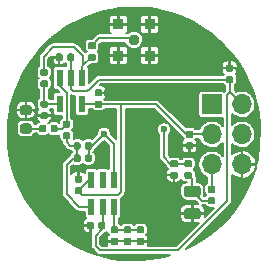
<source format=gbr>
G04 #@! TF.GenerationSoftware,KiCad,Pcbnew,5.99.0-unknown-4135f0c~100~ubuntu18.04.1*
G04 #@! TF.CreationDate,2019-11-01T15:59:20-04:00*
G04 #@! TF.ProjectId,tia,7469612e-6b69-4636-9164-5f7063625858,rev?*
G04 #@! TF.SameCoordinates,Original*
G04 #@! TF.FileFunction,Copper,L1,Top*
G04 #@! TF.FilePolarity,Positive*
%FSLAX46Y46*%
G04 Gerber Fmt 4.6, Leading zero omitted, Abs format (unit mm)*
G04 Created by KiCad (PCBNEW 5.99.0-unknown-4135f0c~100~ubuntu18.04.1) date 2019-11-01 15:59:20*
%MOMM*%
%LPD*%
G04 APERTURE LIST*
%ADD10R,0.940000X0.940000*%
%ADD11C,0.940000*%
%ADD12O,1.700000X1.700000*%
%ADD13R,1.700000X1.700000*%
%ADD14R,0.558800X1.473200*%
%ADD15C,0.600000*%
%ADD16C,0.200000*%
G04 APERTURE END LIST*
G04 #@! TA.AperFunction,SMDPad,CuDef*
G36*
X194528946Y-98881228D02*
G01*
X194576798Y-98913202D01*
X194608772Y-98961054D01*
X194620000Y-99017500D01*
X194620000Y-99312500D01*
X194608772Y-99368946D01*
X194576798Y-99416798D01*
X194528946Y-99448772D01*
X194472500Y-99460000D01*
X194127500Y-99460000D01*
X194071054Y-99448772D01*
X194023202Y-99416798D01*
X193991228Y-99368946D01*
X193980000Y-99312500D01*
X193980000Y-99017500D01*
X193991228Y-98961054D01*
X194023202Y-98913202D01*
X194071054Y-98881228D01*
X194127500Y-98870000D01*
X194472500Y-98870000D01*
X194528946Y-98881228D01*
G37*
G04 #@! TD.AperFunction*
G04 #@! TA.AperFunction,SMDPad,CuDef*
G36*
X194528946Y-99851228D02*
G01*
X194576798Y-99883202D01*
X194608772Y-99931054D01*
X194620000Y-99987500D01*
X194620000Y-100282500D01*
X194608772Y-100338946D01*
X194576798Y-100386798D01*
X194528946Y-100418772D01*
X194472500Y-100430000D01*
X194127500Y-100430000D01*
X194071054Y-100418772D01*
X194023202Y-100386798D01*
X193991228Y-100338946D01*
X193980000Y-100282500D01*
X193980000Y-99987500D01*
X193991228Y-99931054D01*
X194023202Y-99883202D01*
X194071054Y-99851228D01*
X194127500Y-99840000D01*
X194472500Y-99840000D01*
X194528946Y-99851228D01*
G37*
G04 #@! TD.AperFunction*
G04 #@! TA.AperFunction,SMDPad,CuDef*
G36*
X192628946Y-97181228D02*
G01*
X192676798Y-97213202D01*
X192708772Y-97261054D01*
X192720000Y-97317500D01*
X192720000Y-97612500D01*
X192708772Y-97668946D01*
X192676798Y-97716798D01*
X192628946Y-97748772D01*
X192572500Y-97760000D01*
X192227500Y-97760000D01*
X192171054Y-97748772D01*
X192123202Y-97716798D01*
X192091228Y-97668946D01*
X192080000Y-97612500D01*
X192080000Y-97317500D01*
X192091228Y-97261054D01*
X192123202Y-97213202D01*
X192171054Y-97181228D01*
X192227500Y-97170000D01*
X192572500Y-97170000D01*
X192628946Y-97181228D01*
G37*
G04 #@! TD.AperFunction*
G04 #@! TA.AperFunction,SMDPad,CuDef*
G36*
X192628946Y-98151228D02*
G01*
X192676798Y-98183202D01*
X192708772Y-98231054D01*
X192720000Y-98287500D01*
X192720000Y-98582500D01*
X192708772Y-98638946D01*
X192676798Y-98686798D01*
X192628946Y-98718772D01*
X192572500Y-98730000D01*
X192227500Y-98730000D01*
X192171054Y-98718772D01*
X192123202Y-98686798D01*
X192091228Y-98638946D01*
X192080000Y-98582500D01*
X192080000Y-98287500D01*
X192091228Y-98231054D01*
X192123202Y-98183202D01*
X192171054Y-98151228D01*
X192227500Y-98140000D01*
X192572500Y-98140000D01*
X192628946Y-98151228D01*
G37*
G04 #@! TD.AperFunction*
G04 #@! TA.AperFunction,SMDPad,CuDef*
G36*
X192628946Y-94481228D02*
G01*
X192676798Y-94513202D01*
X192708772Y-94561054D01*
X192720000Y-94617500D01*
X192720000Y-94912500D01*
X192708772Y-94968946D01*
X192676798Y-95016798D01*
X192628946Y-95048772D01*
X192572500Y-95060000D01*
X192227500Y-95060000D01*
X192171054Y-95048772D01*
X192123202Y-95016798D01*
X192091228Y-94968946D01*
X192080000Y-94912500D01*
X192080000Y-94617500D01*
X192091228Y-94561054D01*
X192123202Y-94513202D01*
X192171054Y-94481228D01*
X192227500Y-94470000D01*
X192572500Y-94470000D01*
X192628946Y-94481228D01*
G37*
G04 #@! TD.AperFunction*
G04 #@! TA.AperFunction,SMDPad,CuDef*
G36*
X192628946Y-95451228D02*
G01*
X192676798Y-95483202D01*
X192708772Y-95531054D01*
X192720000Y-95587500D01*
X192720000Y-95882500D01*
X192708772Y-95938946D01*
X192676798Y-95986798D01*
X192628946Y-96018772D01*
X192572500Y-96030000D01*
X192227500Y-96030000D01*
X192171054Y-96018772D01*
X192123202Y-95986798D01*
X192091228Y-95938946D01*
X192080000Y-95882500D01*
X192080000Y-95587500D01*
X192091228Y-95531054D01*
X192123202Y-95483202D01*
X192171054Y-95451228D01*
X192227500Y-95440000D01*
X192572500Y-95440000D01*
X192628946Y-95451228D01*
G37*
G04 #@! TD.AperFunction*
G04 #@! TA.AperFunction,SMDPad,CuDef*
G36*
X204818946Y-102221228D02*
G01*
X204866798Y-102253202D01*
X204898772Y-102301054D01*
X204910000Y-102357500D01*
X204910000Y-102652500D01*
X204898772Y-102708946D01*
X204866798Y-102756798D01*
X204818946Y-102788772D01*
X204762500Y-102800000D01*
X204417500Y-102800000D01*
X204361054Y-102788772D01*
X204313202Y-102756798D01*
X204281228Y-102708946D01*
X204270000Y-102652500D01*
X204270000Y-102357500D01*
X204281228Y-102301054D01*
X204313202Y-102253202D01*
X204361054Y-102221228D01*
X204417500Y-102210000D01*
X204762500Y-102210000D01*
X204818946Y-102221228D01*
G37*
G04 #@! TD.AperFunction*
G04 #@! TA.AperFunction,SMDPad,CuDef*
G36*
X204818946Y-103191228D02*
G01*
X204866798Y-103223202D01*
X204898772Y-103271054D01*
X204910000Y-103327500D01*
X204910000Y-103622500D01*
X204898772Y-103678946D01*
X204866798Y-103726798D01*
X204818946Y-103758772D01*
X204762500Y-103770000D01*
X204417500Y-103770000D01*
X204361054Y-103758772D01*
X204313202Y-103726798D01*
X204281228Y-103678946D01*
X204270000Y-103622500D01*
X204270000Y-103327500D01*
X204281228Y-103271054D01*
X204313202Y-103223202D01*
X204361054Y-103191228D01*
X204417500Y-103180000D01*
X204762500Y-103180000D01*
X204818946Y-103191228D01*
G37*
G04 #@! TD.AperFunction*
G04 #@! TA.AperFunction,SMDPad,CuDef*
G36*
X193438946Y-99241228D02*
G01*
X193486798Y-99273202D01*
X193518772Y-99321054D01*
X193530000Y-99377500D01*
X193530000Y-99722500D01*
X193518772Y-99778946D01*
X193486798Y-99826798D01*
X193438946Y-99858772D01*
X193382500Y-99870000D01*
X193087500Y-99870000D01*
X193031054Y-99858772D01*
X192983202Y-99826798D01*
X192951228Y-99778946D01*
X192940000Y-99722500D01*
X192940000Y-99377500D01*
X192951228Y-99321054D01*
X192983202Y-99273202D01*
X193031054Y-99241228D01*
X193087500Y-99230000D01*
X193382500Y-99230000D01*
X193438946Y-99241228D01*
G37*
G04 #@! TD.AperFunction*
G04 #@! TA.AperFunction,SMDPad,CuDef*
G36*
X192468946Y-99241228D02*
G01*
X192516798Y-99273202D01*
X192548772Y-99321054D01*
X192560000Y-99377500D01*
X192560000Y-99722500D01*
X192548772Y-99778946D01*
X192516798Y-99826798D01*
X192468946Y-99858772D01*
X192412500Y-99870000D01*
X192117500Y-99870000D01*
X192061054Y-99858772D01*
X192013202Y-99826798D01*
X191981228Y-99778946D01*
X191970000Y-99722500D01*
X191970000Y-99377500D01*
X191981228Y-99321054D01*
X192013202Y-99273202D01*
X192061054Y-99241228D01*
X192117500Y-99230000D01*
X192412500Y-99230000D01*
X192468946Y-99241228D01*
G37*
G04 #@! TD.AperFunction*
G04 #@! TA.AperFunction,SMDPad,CuDef*
G36*
X206808946Y-105361228D02*
G01*
X206856798Y-105393202D01*
X206888772Y-105441054D01*
X206900000Y-105497500D01*
X206900000Y-105792500D01*
X206888772Y-105848946D01*
X206856798Y-105896798D01*
X206808946Y-105928772D01*
X206752500Y-105940000D01*
X206407500Y-105940000D01*
X206351054Y-105928772D01*
X206303202Y-105896798D01*
X206271228Y-105848946D01*
X206260000Y-105792500D01*
X206260000Y-105497500D01*
X206271228Y-105441054D01*
X206303202Y-105393202D01*
X206351054Y-105361228D01*
X206407500Y-105350000D01*
X206752500Y-105350000D01*
X206808946Y-105361228D01*
G37*
G04 #@! TD.AperFunction*
G04 #@! TA.AperFunction,SMDPad,CuDef*
G36*
X206808946Y-104391228D02*
G01*
X206856798Y-104423202D01*
X206888772Y-104471054D01*
X206900000Y-104527500D01*
X206900000Y-104822500D01*
X206888772Y-104878946D01*
X206856798Y-104926798D01*
X206808946Y-104958772D01*
X206752500Y-104970000D01*
X206407500Y-104970000D01*
X206351054Y-104958772D01*
X206303202Y-104926798D01*
X206271228Y-104878946D01*
X206260000Y-104822500D01*
X206260000Y-104527500D01*
X206271228Y-104471054D01*
X206303202Y-104423202D01*
X206351054Y-104391228D01*
X206407500Y-104380000D01*
X206752500Y-104380000D01*
X206808946Y-104391228D01*
G37*
G04 #@! TD.AperFunction*
G04 #@! TA.AperFunction,SMDPad,CuDef*
G36*
X200778946Y-107831228D02*
G01*
X200826798Y-107863202D01*
X200858772Y-107911054D01*
X200870000Y-107967500D01*
X200870000Y-108262500D01*
X200858772Y-108318946D01*
X200826798Y-108366798D01*
X200778946Y-108398772D01*
X200722500Y-108410000D01*
X200377500Y-108410000D01*
X200321054Y-108398772D01*
X200273202Y-108366798D01*
X200241228Y-108318946D01*
X200230000Y-108262500D01*
X200230000Y-107967500D01*
X200241228Y-107911054D01*
X200273202Y-107863202D01*
X200321054Y-107831228D01*
X200377500Y-107820000D01*
X200722500Y-107820000D01*
X200778946Y-107831228D01*
G37*
G04 #@! TD.AperFunction*
G04 #@! TA.AperFunction,SMDPad,CuDef*
G36*
X200778946Y-108801228D02*
G01*
X200826798Y-108833202D01*
X200858772Y-108881054D01*
X200870000Y-108937500D01*
X200870000Y-109232500D01*
X200858772Y-109288946D01*
X200826798Y-109336798D01*
X200778946Y-109368772D01*
X200722500Y-109380000D01*
X200377500Y-109380000D01*
X200321054Y-109368772D01*
X200273202Y-109336798D01*
X200241228Y-109288946D01*
X200230000Y-109232500D01*
X200230000Y-108937500D01*
X200241228Y-108881054D01*
X200273202Y-108833202D01*
X200321054Y-108801228D01*
X200377500Y-108790000D01*
X200722500Y-108790000D01*
X200778946Y-108801228D01*
G37*
G04 #@! TD.AperFunction*
G04 #@! TA.AperFunction,SMDPad,CuDef*
G36*
X195383946Y-101741228D02*
G01*
X195431798Y-101773202D01*
X195463772Y-101821054D01*
X195475000Y-101877500D01*
X195475000Y-102222500D01*
X195463772Y-102278946D01*
X195431798Y-102326798D01*
X195383946Y-102358772D01*
X195327500Y-102370000D01*
X195032500Y-102370000D01*
X194976054Y-102358772D01*
X194928202Y-102326798D01*
X194896228Y-102278946D01*
X194885000Y-102222500D01*
X194885000Y-101877500D01*
X194896228Y-101821054D01*
X194928202Y-101773202D01*
X194976054Y-101741228D01*
X195032500Y-101730000D01*
X195327500Y-101730000D01*
X195383946Y-101741228D01*
G37*
G04 #@! TD.AperFunction*
G04 #@! TA.AperFunction,SMDPad,CuDef*
G36*
X196353946Y-101741228D02*
G01*
X196401798Y-101773202D01*
X196433772Y-101821054D01*
X196445000Y-101877500D01*
X196445000Y-102222500D01*
X196433772Y-102278946D01*
X196401798Y-102326798D01*
X196353946Y-102358772D01*
X196297500Y-102370000D01*
X196002500Y-102370000D01*
X195946054Y-102358772D01*
X195898202Y-102326798D01*
X195866228Y-102278946D01*
X195855000Y-102222500D01*
X195855000Y-101877500D01*
X195866228Y-101821054D01*
X195898202Y-101773202D01*
X195946054Y-101741228D01*
X196002500Y-101730000D01*
X196297500Y-101730000D01*
X196353946Y-101741228D01*
G37*
G04 #@! TD.AperFunction*
G04 #@! TA.AperFunction,SMDPad,CuDef*
G36*
X196678946Y-92231228D02*
G01*
X196726798Y-92263202D01*
X196758772Y-92311054D01*
X196770000Y-92367500D01*
X196770000Y-92662500D01*
X196758772Y-92718946D01*
X196726798Y-92766798D01*
X196678946Y-92798772D01*
X196622500Y-92810000D01*
X196277500Y-92810000D01*
X196221054Y-92798772D01*
X196173202Y-92766798D01*
X196141228Y-92718946D01*
X196130000Y-92662500D01*
X196130000Y-92367500D01*
X196141228Y-92311054D01*
X196173202Y-92263202D01*
X196221054Y-92231228D01*
X196277500Y-92220000D01*
X196622500Y-92220000D01*
X196678946Y-92231228D01*
G37*
G04 #@! TD.AperFunction*
G04 #@! TA.AperFunction,SMDPad,CuDef*
G36*
X196678946Y-93201228D02*
G01*
X196726798Y-93233202D01*
X196758772Y-93281054D01*
X196770000Y-93337500D01*
X196770000Y-93632500D01*
X196758772Y-93688946D01*
X196726798Y-93736798D01*
X196678946Y-93768772D01*
X196622500Y-93780000D01*
X196277500Y-93780000D01*
X196221054Y-93768772D01*
X196173202Y-93736798D01*
X196141228Y-93688946D01*
X196130000Y-93632500D01*
X196130000Y-93337500D01*
X196141228Y-93281054D01*
X196173202Y-93233202D01*
X196221054Y-93201228D01*
X196277500Y-93190000D01*
X196622500Y-93190000D01*
X196678946Y-93201228D01*
G37*
G04 #@! TD.AperFunction*
D10*
X198680000Y-90720000D03*
X201320000Y-90720000D03*
X201320000Y-93360000D03*
X198680000Y-93360000D03*
D11*
X200000000Y-92040000D03*
G04 #@! TA.AperFunction,SMDPad,CuDef*
G36*
X197228946Y-97201228D02*
G01*
X197276798Y-97233202D01*
X197308772Y-97281054D01*
X197320000Y-97337500D01*
X197320000Y-97632500D01*
X197308772Y-97688946D01*
X197276798Y-97736798D01*
X197228946Y-97768772D01*
X197172500Y-97780000D01*
X196827500Y-97780000D01*
X196771054Y-97768772D01*
X196723202Y-97736798D01*
X196691228Y-97688946D01*
X196680000Y-97632500D01*
X196680000Y-97337500D01*
X196691228Y-97281054D01*
X196723202Y-97233202D01*
X196771054Y-97201228D01*
X196827500Y-97190000D01*
X197172500Y-97190000D01*
X197228946Y-97201228D01*
G37*
G04 #@! TD.AperFunction*
G04 #@! TA.AperFunction,SMDPad,CuDef*
G36*
X197228946Y-96231228D02*
G01*
X197276798Y-96263202D01*
X197308772Y-96311054D01*
X197320000Y-96367500D01*
X197320000Y-96662500D01*
X197308772Y-96718946D01*
X197276798Y-96766798D01*
X197228946Y-96798772D01*
X197172500Y-96810000D01*
X196827500Y-96810000D01*
X196771054Y-96798772D01*
X196723202Y-96766798D01*
X196691228Y-96718946D01*
X196680000Y-96662500D01*
X196680000Y-96367500D01*
X196691228Y-96311054D01*
X196723202Y-96263202D01*
X196771054Y-96231228D01*
X196827500Y-96220000D01*
X197172500Y-96220000D01*
X197228946Y-96231228D01*
G37*
G04 #@! TD.AperFunction*
G04 #@! TA.AperFunction,SMDPad,CuDef*
G36*
X194838946Y-93191228D02*
G01*
X194886798Y-93223202D01*
X194918772Y-93271054D01*
X194930000Y-93327500D01*
X194930000Y-93672500D01*
X194918772Y-93728946D01*
X194886798Y-93776798D01*
X194838946Y-93808772D01*
X194782500Y-93820000D01*
X194487500Y-93820000D01*
X194431054Y-93808772D01*
X194383202Y-93776798D01*
X194351228Y-93728946D01*
X194340000Y-93672500D01*
X194340000Y-93327500D01*
X194351228Y-93271054D01*
X194383202Y-93223202D01*
X194431054Y-93191228D01*
X194487500Y-93180000D01*
X194782500Y-93180000D01*
X194838946Y-93191228D01*
G37*
G04 #@! TD.AperFunction*
G04 #@! TA.AperFunction,SMDPad,CuDef*
G36*
X193868946Y-93191228D02*
G01*
X193916798Y-93223202D01*
X193948772Y-93271054D01*
X193960000Y-93327500D01*
X193960000Y-93672500D01*
X193948772Y-93728946D01*
X193916798Y-93776798D01*
X193868946Y-93808772D01*
X193812500Y-93820000D01*
X193517500Y-93820000D01*
X193461054Y-93808772D01*
X193413202Y-93776798D01*
X193381228Y-93728946D01*
X193370000Y-93672500D01*
X193370000Y-93327500D01*
X193381228Y-93271054D01*
X193413202Y-93223202D01*
X193461054Y-93191228D01*
X193517500Y-93180000D01*
X193812500Y-93180000D01*
X193868946Y-93191228D01*
G37*
G04 #@! TD.AperFunction*
G04 #@! TA.AperFunction,SMDPad,CuDef*
G36*
X208328946Y-95101228D02*
G01*
X208376798Y-95133202D01*
X208408772Y-95181054D01*
X208420000Y-95237500D01*
X208420000Y-95532500D01*
X208408772Y-95588946D01*
X208376798Y-95636798D01*
X208328946Y-95668772D01*
X208272500Y-95680000D01*
X207927500Y-95680000D01*
X207871054Y-95668772D01*
X207823202Y-95636798D01*
X207791228Y-95588946D01*
X207780000Y-95532500D01*
X207780000Y-95237500D01*
X207791228Y-95181054D01*
X207823202Y-95133202D01*
X207871054Y-95101228D01*
X207927500Y-95090000D01*
X208272500Y-95090000D01*
X208328946Y-95101228D01*
G37*
G04 #@! TD.AperFunction*
G04 #@! TA.AperFunction,SMDPad,CuDef*
G36*
X208328946Y-94131228D02*
G01*
X208376798Y-94163202D01*
X208408772Y-94211054D01*
X208420000Y-94267500D01*
X208420000Y-94562500D01*
X208408772Y-94618946D01*
X208376798Y-94666798D01*
X208328946Y-94698772D01*
X208272500Y-94710000D01*
X207927500Y-94710000D01*
X207871054Y-94698772D01*
X207823202Y-94666798D01*
X207791228Y-94618946D01*
X207780000Y-94562500D01*
X207780000Y-94267500D01*
X207791228Y-94211054D01*
X207823202Y-94163202D01*
X207871054Y-94131228D01*
X207927500Y-94120000D01*
X208272500Y-94120000D01*
X208328946Y-94131228D01*
G37*
G04 #@! TD.AperFunction*
G04 #@! TA.AperFunction,SMDPad,CuDef*
G36*
X197488946Y-107441228D02*
G01*
X197536798Y-107473202D01*
X197568772Y-107521054D01*
X197580000Y-107577500D01*
X197580000Y-107922500D01*
X197568772Y-107978946D01*
X197536798Y-108026798D01*
X197488946Y-108058772D01*
X197432500Y-108070000D01*
X197137500Y-108070000D01*
X197081054Y-108058772D01*
X197033202Y-108026798D01*
X197001228Y-107978946D01*
X196990000Y-107922500D01*
X196990000Y-107577500D01*
X197001228Y-107521054D01*
X197033202Y-107473202D01*
X197081054Y-107441228D01*
X197137500Y-107430000D01*
X197432500Y-107430000D01*
X197488946Y-107441228D01*
G37*
G04 #@! TD.AperFunction*
G04 #@! TA.AperFunction,SMDPad,CuDef*
G36*
X196518946Y-107441228D02*
G01*
X196566798Y-107473202D01*
X196598772Y-107521054D01*
X196610000Y-107577500D01*
X196610000Y-107922500D01*
X196598772Y-107978946D01*
X196566798Y-108026798D01*
X196518946Y-108058772D01*
X196462500Y-108070000D01*
X196167500Y-108070000D01*
X196111054Y-108058772D01*
X196063202Y-108026798D01*
X196031228Y-107978946D01*
X196020000Y-107922500D01*
X196020000Y-107577500D01*
X196031228Y-107521054D01*
X196063202Y-107473202D01*
X196111054Y-107441228D01*
X196167500Y-107430000D01*
X196462500Y-107430000D01*
X196518946Y-107441228D01*
G37*
G04 #@! TD.AperFunction*
G04 #@! TA.AperFunction,SMDPad,CuDef*
G36*
X199678946Y-107831228D02*
G01*
X199726798Y-107863202D01*
X199758772Y-107911054D01*
X199770000Y-107967500D01*
X199770000Y-108262500D01*
X199758772Y-108318946D01*
X199726798Y-108366798D01*
X199678946Y-108398772D01*
X199622500Y-108410000D01*
X199277500Y-108410000D01*
X199221054Y-108398772D01*
X199173202Y-108366798D01*
X199141228Y-108318946D01*
X199130000Y-108262500D01*
X199130000Y-107967500D01*
X199141228Y-107911054D01*
X199173202Y-107863202D01*
X199221054Y-107831228D01*
X199277500Y-107820000D01*
X199622500Y-107820000D01*
X199678946Y-107831228D01*
G37*
G04 #@! TD.AperFunction*
G04 #@! TA.AperFunction,SMDPad,CuDef*
G36*
X199678946Y-108801228D02*
G01*
X199726798Y-108833202D01*
X199758772Y-108881054D01*
X199770000Y-108937500D01*
X199770000Y-109232500D01*
X199758772Y-109288946D01*
X199726798Y-109336798D01*
X199678946Y-109368772D01*
X199622500Y-109380000D01*
X199277500Y-109380000D01*
X199221054Y-109368772D01*
X199173202Y-109336798D01*
X199141228Y-109288946D01*
X199130000Y-109232500D01*
X199130000Y-108937500D01*
X199141228Y-108881054D01*
X199173202Y-108833202D01*
X199221054Y-108801228D01*
X199277500Y-108790000D01*
X199622500Y-108790000D01*
X199678946Y-108801228D01*
G37*
G04 #@! TD.AperFunction*
G04 #@! TA.AperFunction,SMDPad,CuDef*
G36*
X198578946Y-107831228D02*
G01*
X198626798Y-107863202D01*
X198658772Y-107911054D01*
X198670000Y-107967500D01*
X198670000Y-108262500D01*
X198658772Y-108318946D01*
X198626798Y-108366798D01*
X198578946Y-108398772D01*
X198522500Y-108410000D01*
X198177500Y-108410000D01*
X198121054Y-108398772D01*
X198073202Y-108366798D01*
X198041228Y-108318946D01*
X198030000Y-108262500D01*
X198030000Y-107967500D01*
X198041228Y-107911054D01*
X198073202Y-107863202D01*
X198121054Y-107831228D01*
X198177500Y-107820000D01*
X198522500Y-107820000D01*
X198578946Y-107831228D01*
G37*
G04 #@! TD.AperFunction*
G04 #@! TA.AperFunction,SMDPad,CuDef*
G36*
X198578946Y-108801228D02*
G01*
X198626798Y-108833202D01*
X198658772Y-108881054D01*
X198670000Y-108937500D01*
X198670000Y-109232500D01*
X198658772Y-109288946D01*
X198626798Y-109336798D01*
X198578946Y-109368772D01*
X198522500Y-109380000D01*
X198177500Y-109380000D01*
X198121054Y-109368772D01*
X198073202Y-109336798D01*
X198041228Y-109288946D01*
X198030000Y-109232500D01*
X198030000Y-108937500D01*
X198041228Y-108881054D01*
X198073202Y-108833202D01*
X198121054Y-108801228D01*
X198177500Y-108790000D01*
X198522500Y-108790000D01*
X198578946Y-108801228D01*
G37*
G04 #@! TD.AperFunction*
G04 #@! TA.AperFunction,SMDPad,CuDef*
G36*
X204928946Y-99731228D02*
G01*
X204976798Y-99763202D01*
X205008772Y-99811054D01*
X205020000Y-99867500D01*
X205020000Y-100162500D01*
X205008772Y-100218946D01*
X204976798Y-100266798D01*
X204928946Y-100298772D01*
X204872500Y-100310000D01*
X204527500Y-100310000D01*
X204471054Y-100298772D01*
X204423202Y-100266798D01*
X204391228Y-100218946D01*
X204380000Y-100162500D01*
X204380000Y-99867500D01*
X204391228Y-99811054D01*
X204423202Y-99763202D01*
X204471054Y-99731228D01*
X204527500Y-99720000D01*
X204872500Y-99720000D01*
X204928946Y-99731228D01*
G37*
G04 #@! TD.AperFunction*
G04 #@! TA.AperFunction,SMDPad,CuDef*
G36*
X204928946Y-100701228D02*
G01*
X204976798Y-100733202D01*
X205008772Y-100781054D01*
X205020000Y-100837500D01*
X205020000Y-101132500D01*
X205008772Y-101188946D01*
X204976798Y-101236798D01*
X204928946Y-101268772D01*
X204872500Y-101280000D01*
X204527500Y-101280000D01*
X204471054Y-101268772D01*
X204423202Y-101236798D01*
X204391228Y-101188946D01*
X204380000Y-101132500D01*
X204380000Y-100837500D01*
X204391228Y-100781054D01*
X204423202Y-100733202D01*
X204471054Y-100701228D01*
X204527500Y-100690000D01*
X204872500Y-100690000D01*
X204928946Y-100701228D01*
G37*
G04 #@! TD.AperFunction*
G04 #@! TA.AperFunction,SMDPad,CuDef*
G36*
X195513946Y-104501228D02*
G01*
X195561798Y-104533202D01*
X195593772Y-104581054D01*
X195605000Y-104637500D01*
X195605000Y-104932500D01*
X195593772Y-104988946D01*
X195561798Y-105036798D01*
X195513946Y-105068772D01*
X195457500Y-105080000D01*
X195112500Y-105080000D01*
X195056054Y-105068772D01*
X195008202Y-105036798D01*
X194976228Y-104988946D01*
X194965000Y-104932500D01*
X194965000Y-104637500D01*
X194976228Y-104581054D01*
X195008202Y-104533202D01*
X195056054Y-104501228D01*
X195112500Y-104490000D01*
X195457500Y-104490000D01*
X195513946Y-104501228D01*
G37*
G04 #@! TD.AperFunction*
G04 #@! TA.AperFunction,SMDPad,CuDef*
G36*
X195513946Y-103531228D02*
G01*
X195561798Y-103563202D01*
X195593772Y-103611054D01*
X195605000Y-103667500D01*
X195605000Y-103962500D01*
X195593772Y-104018946D01*
X195561798Y-104066798D01*
X195513946Y-104098772D01*
X195457500Y-104110000D01*
X195112500Y-104110000D01*
X195056054Y-104098772D01*
X195008202Y-104066798D01*
X194976228Y-104018946D01*
X194965000Y-103962500D01*
X194965000Y-103667500D01*
X194976228Y-103611054D01*
X195008202Y-103563202D01*
X195056054Y-103531228D01*
X195112500Y-103520000D01*
X195457500Y-103520000D01*
X195513946Y-103531228D01*
G37*
G04 #@! TD.AperFunction*
G04 #@! TA.AperFunction,SMDPad,CuDef*
G36*
X196353946Y-100691228D02*
G01*
X196401798Y-100723202D01*
X196433772Y-100771054D01*
X196445000Y-100827500D01*
X196445000Y-101172500D01*
X196433772Y-101228946D01*
X196401798Y-101276798D01*
X196353946Y-101308772D01*
X196297500Y-101320000D01*
X196002500Y-101320000D01*
X195946054Y-101308772D01*
X195898202Y-101276798D01*
X195866228Y-101228946D01*
X195855000Y-101172500D01*
X195855000Y-100827500D01*
X195866228Y-100771054D01*
X195898202Y-100723202D01*
X195946054Y-100691228D01*
X196002500Y-100680000D01*
X196297500Y-100680000D01*
X196353946Y-100691228D01*
G37*
G04 #@! TD.AperFunction*
G04 #@! TA.AperFunction,SMDPad,CuDef*
G36*
X195383946Y-100691228D02*
G01*
X195431798Y-100723202D01*
X195463772Y-100771054D01*
X195475000Y-100827500D01*
X195475000Y-101172500D01*
X195463772Y-101228946D01*
X195431798Y-101276798D01*
X195383946Y-101308772D01*
X195327500Y-101320000D01*
X195032500Y-101320000D01*
X194976054Y-101308772D01*
X194928202Y-101276798D01*
X194896228Y-101228946D01*
X194885000Y-101172500D01*
X194885000Y-100827500D01*
X194896228Y-100771054D01*
X194928202Y-100723202D01*
X194976054Y-100691228D01*
X195032500Y-100680000D01*
X195327500Y-100680000D01*
X195383946Y-100691228D01*
G37*
G04 #@! TD.AperFunction*
G04 #@! TA.AperFunction,SMDPad,CuDef*
G36*
X203618946Y-102231228D02*
G01*
X203666798Y-102263202D01*
X203698772Y-102311054D01*
X203710000Y-102367500D01*
X203710000Y-102662500D01*
X203698772Y-102718946D01*
X203666798Y-102766798D01*
X203618946Y-102798772D01*
X203562500Y-102810000D01*
X203217500Y-102810000D01*
X203161054Y-102798772D01*
X203113202Y-102766798D01*
X203081228Y-102718946D01*
X203070000Y-102662500D01*
X203070000Y-102367500D01*
X203081228Y-102311054D01*
X203113202Y-102263202D01*
X203161054Y-102231228D01*
X203217500Y-102220000D01*
X203562500Y-102220000D01*
X203618946Y-102231228D01*
G37*
G04 #@! TD.AperFunction*
G04 #@! TA.AperFunction,SMDPad,CuDef*
G36*
X203618946Y-103201228D02*
G01*
X203666798Y-103233202D01*
X203698772Y-103281054D01*
X203710000Y-103337500D01*
X203710000Y-103632500D01*
X203698772Y-103688946D01*
X203666798Y-103736798D01*
X203618946Y-103768772D01*
X203562500Y-103780000D01*
X203217500Y-103780000D01*
X203161054Y-103768772D01*
X203113202Y-103736798D01*
X203081228Y-103688946D01*
X203070000Y-103632500D01*
X203070000Y-103337500D01*
X203081228Y-103281054D01*
X203113202Y-103233202D01*
X203161054Y-103201228D01*
X203217500Y-103190000D01*
X203562500Y-103190000D01*
X203618946Y-103201228D01*
G37*
G04 #@! TD.AperFunction*
D12*
X209140000Y-102580000D03*
X206600000Y-102580000D03*
X209140000Y-100040000D03*
X206600000Y-100040000D03*
X209140000Y-97500000D03*
D13*
X206600000Y-97500000D03*
D14*
X195600001Y-95242400D03*
X194650000Y-95242400D03*
X193699999Y-95242400D03*
X193699999Y-97477600D03*
X195600001Y-97477600D03*
X196399999Y-106167600D03*
X197350000Y-106167600D03*
X198300001Y-106167600D03*
X198300001Y-103932400D03*
X197350000Y-103932400D03*
X196399999Y-103932400D03*
G04 #@! TA.AperFunction,SMDPad,CuDef*
G36*
X191189962Y-97541651D02*
G01*
X191260930Y-97589070D01*
X191308349Y-97660038D01*
X191325000Y-97743750D01*
X191325000Y-98181250D01*
X191308349Y-98264962D01*
X191260930Y-98335930D01*
X191189962Y-98383349D01*
X191106250Y-98400000D01*
X190593750Y-98400000D01*
X190510038Y-98383349D01*
X190439070Y-98335930D01*
X190391651Y-98264962D01*
X190375000Y-98181250D01*
X190375000Y-97743750D01*
X190391651Y-97660038D01*
X190439070Y-97589070D01*
X190510038Y-97541651D01*
X190593750Y-97525000D01*
X191106250Y-97525000D01*
X191189962Y-97541651D01*
G37*
G04 #@! TD.AperFunction*
G04 #@! TA.AperFunction,SMDPad,CuDef*
G36*
X191189962Y-99116651D02*
G01*
X191260930Y-99164070D01*
X191308349Y-99235038D01*
X191325000Y-99318750D01*
X191325000Y-99756250D01*
X191308349Y-99839962D01*
X191260930Y-99910930D01*
X191189962Y-99958349D01*
X191106250Y-99975000D01*
X190593750Y-99975000D01*
X190510038Y-99958349D01*
X190439070Y-99910930D01*
X190391651Y-99839962D01*
X190375000Y-99756250D01*
X190375000Y-99318750D01*
X190391651Y-99235038D01*
X190439070Y-99164070D01*
X190510038Y-99116651D01*
X190593750Y-99100000D01*
X191106250Y-99100000D01*
X191189962Y-99116651D01*
G37*
G04 #@! TD.AperFunction*
G04 #@! TA.AperFunction,SMDPad,CuDef*
G36*
X205489529Y-106268554D02*
G01*
X205568607Y-106321393D01*
X205621446Y-106400471D01*
X205640000Y-106493750D01*
X205640000Y-106981250D01*
X205621446Y-107074529D01*
X205568607Y-107153607D01*
X205489529Y-107206446D01*
X205396250Y-107225000D01*
X204483750Y-107225000D01*
X204390471Y-107206446D01*
X204311393Y-107153607D01*
X204258554Y-107074529D01*
X204240000Y-106981250D01*
X204240000Y-106493750D01*
X204258554Y-106400471D01*
X204311393Y-106321393D01*
X204390471Y-106268554D01*
X204483750Y-106250000D01*
X205396250Y-106250000D01*
X205489529Y-106268554D01*
G37*
G04 #@! TD.AperFunction*
G04 #@! TA.AperFunction,SMDPad,CuDef*
G36*
X205489529Y-104393554D02*
G01*
X205568607Y-104446393D01*
X205621446Y-104525471D01*
X205640000Y-104618750D01*
X205640000Y-105106250D01*
X205621446Y-105199529D01*
X205568607Y-105278607D01*
X205489529Y-105331446D01*
X205396250Y-105350000D01*
X204483750Y-105350000D01*
X204390471Y-105331446D01*
X204311393Y-105278607D01*
X204258554Y-105199529D01*
X204240000Y-105106250D01*
X204240000Y-104618750D01*
X204258554Y-104525471D01*
X204311393Y-104446393D01*
X204390471Y-104393554D01*
X204483750Y-104375000D01*
X205396250Y-104375000D01*
X205489529Y-104393554D01*
G37*
G04 #@! TD.AperFunction*
D15*
X198700000Y-93400000D03*
X201300000Y-93400000D03*
X201300000Y-90700000D03*
X198700000Y-90700000D03*
X203610000Y-101000000D03*
X209080000Y-94900000D03*
X203480000Y-106700000D03*
X202520000Y-103450000D03*
X192950000Y-93750000D03*
X197350000Y-109100000D03*
X197750000Y-96550000D03*
X195400000Y-107750000D03*
X190850000Y-96850000D03*
X195300000Y-102950000D03*
X204450000Y-91350000D03*
X203400000Y-97150000D03*
X197950000Y-98400000D03*
X195850000Y-99300000D03*
X192250000Y-101850000D03*
X192100000Y-105100000D03*
X200500000Y-105650000D03*
X210350000Y-98800000D03*
X207250000Y-107400000D03*
X195350000Y-91000000D03*
X202550000Y-99600000D03*
X197460000Y-100000000D03*
D16*
X198680000Y-90720000D02*
X198700000Y-90700000D01*
X195630000Y-95212401D02*
X195600001Y-95242400D01*
X203615000Y-101005000D02*
X203610000Y-101000000D01*
X204630000Y-101005000D02*
X203615000Y-101005000D01*
X208575000Y-94395000D02*
X209080000Y-94900000D01*
X208120000Y-94395000D02*
X208575000Y-94395000D01*
X203490000Y-106690000D02*
X203480000Y-106700000D01*
X204950000Y-106690000D02*
X203490000Y-106690000D01*
X202555000Y-103485000D02*
X202520000Y-103450000D01*
X203390000Y-103485000D02*
X202555000Y-103485000D01*
X203390000Y-102515000D02*
X203070000Y-102515000D01*
X203070000Y-102515000D02*
X202540000Y-101985000D01*
X202540000Y-101985000D02*
X202540000Y-100848528D01*
X202540000Y-100848528D02*
X202540000Y-100000000D01*
X203390000Y-102515000D02*
X204580000Y-102515000D01*
X204580000Y-102515000D02*
X204590000Y-102505000D01*
X204940000Y-104862500D02*
X204940000Y-103825000D01*
X204940000Y-103825000D02*
X204590000Y-103475000D01*
X206580000Y-105645000D02*
X205722500Y-105645000D01*
X205722500Y-105645000D02*
X204940000Y-104862500D01*
X206580000Y-104675000D02*
X206580000Y-102600000D01*
X206580000Y-102600000D02*
X206600000Y-102580000D01*
X194650000Y-93585000D02*
X194550000Y-93485000D01*
X194650000Y-95242400D02*
X194650000Y-93585000D01*
X194750011Y-95342411D02*
X194650000Y-95242400D01*
X196992600Y-97477600D02*
X197000000Y-97485000D01*
X195600001Y-97477600D02*
X196992600Y-97477600D01*
X199845000Y-91885000D02*
X200000000Y-92040000D01*
X196450000Y-92515000D02*
X197080000Y-91885000D01*
X197080000Y-91885000D02*
X199845000Y-91885000D01*
X195600000Y-95200000D02*
X195600001Y-95199999D01*
X195600001Y-95199999D02*
X195600001Y-94334999D01*
X195600001Y-94334999D02*
X195650000Y-94200000D01*
X195650000Y-94200000D02*
X196450000Y-93485000D01*
X192412600Y-97477600D02*
X193699999Y-97477600D01*
X192400000Y-95735000D02*
X192400000Y-97465000D01*
X192400000Y-97465000D02*
X192412600Y-97477600D01*
X193200000Y-93500000D02*
X192950000Y-93750000D01*
X193665000Y-93500000D02*
X193200000Y-93500000D01*
X192349998Y-94714998D02*
X192349998Y-93461998D01*
X192349998Y-93461998D02*
X193161996Y-92650000D01*
X194900000Y-92650000D02*
X195650000Y-93400000D01*
X193161996Y-92650000D02*
X194900000Y-92650000D01*
X192400000Y-94765000D02*
X192349998Y-94714998D01*
X195650000Y-93400000D02*
X195650000Y-94200000D01*
X193700000Y-95200000D02*
X193700000Y-95950000D01*
X193700000Y-95950000D02*
X194300000Y-96550000D01*
X197550001Y-100090001D02*
X197460000Y-100000000D01*
X198300001Y-108065001D02*
X198350000Y-108115000D01*
X198300001Y-106167600D02*
X198300001Y-108065001D01*
X198350000Y-108115000D02*
X199450000Y-108115000D01*
X199450000Y-108115000D02*
X200550000Y-108115000D01*
X198350000Y-109085000D02*
X199450000Y-109085000D01*
X199450000Y-109085000D02*
X200550000Y-109085000D01*
X198350000Y-109085000D02*
X197365000Y-109085000D01*
X197365000Y-109085000D02*
X197350000Y-109100000D01*
X192252500Y-99537500D02*
X192265000Y-99550000D01*
X190850000Y-99537500D02*
X192252500Y-99537500D01*
X193915000Y-99550000D02*
X194300000Y-99165000D01*
X193235000Y-99550000D02*
X193915000Y-99550000D01*
X194300000Y-99165000D02*
X194300000Y-96550000D01*
X197350000Y-107685000D02*
X197285000Y-107750000D01*
X197350000Y-106167600D02*
X197350000Y-107685000D01*
X197000000Y-96515000D02*
X197035000Y-96550000D01*
X197035000Y-96550000D02*
X197750000Y-96550000D01*
X208120000Y-96480000D02*
X209140000Y-97500000D01*
X208120000Y-95365000D02*
X208120000Y-96480000D01*
X208085000Y-95400000D02*
X208120000Y-95365000D01*
X197000000Y-95400000D02*
X208085000Y-95400000D01*
X194650000Y-96179000D02*
X194821000Y-96350000D01*
X194650000Y-95242400D02*
X194650000Y-96179000D01*
X194821000Y-96350000D02*
X196048403Y-96350000D01*
X196048403Y-96350000D02*
X196248403Y-96150000D01*
X196248403Y-96150000D02*
X196250000Y-96150000D01*
X196250000Y-96150000D02*
X197000000Y-95400000D01*
X197320000Y-97485000D02*
X197000000Y-97485000D01*
X198900000Y-97500000D02*
X198888499Y-97488499D01*
X197323499Y-97488499D02*
X197320000Y-97485000D01*
X198888499Y-97488499D02*
X197323499Y-97488499D01*
X204700000Y-100015000D02*
X204380000Y-100015000D01*
X201865000Y-97500000D02*
X198900000Y-97500000D01*
X204380000Y-100015000D02*
X201865000Y-97500000D01*
X206575000Y-100015000D02*
X206600000Y-100040000D01*
X204700000Y-100015000D02*
X206575000Y-100015000D01*
X196315000Y-107750000D02*
X195400000Y-107750000D01*
X196399999Y-103932400D02*
X196399999Y-103315001D01*
X196150000Y-101730000D02*
X196150000Y-102050000D01*
X195180000Y-102050000D02*
X195180000Y-101000000D01*
X196150000Y-102050000D02*
X196150000Y-101000000D01*
X196399999Y-106167600D02*
X195512600Y-106167600D01*
X196183799Y-103932400D02*
X196399999Y-103932400D01*
X195285000Y-104785000D02*
X195331199Y-104785000D01*
X195331199Y-104785000D02*
X196183799Y-103932400D01*
X196200001Y-102100001D02*
X196150000Y-102050000D01*
X198888499Y-104899904D02*
X198888499Y-97511501D01*
X198888499Y-97511501D02*
X198900000Y-97500000D01*
X198657404Y-105130999D02*
X198888499Y-104899904D01*
X195285000Y-104785000D02*
X195630999Y-105130999D01*
X195630999Y-105130999D02*
X198657404Y-105130999D01*
X198300001Y-100840001D02*
X197460000Y-100000000D01*
X198300001Y-103932400D02*
X198300001Y-100840001D01*
X196460000Y-101000000D02*
X197460000Y-100000000D01*
X196150000Y-101000000D02*
X196460000Y-101000000D01*
X194300000Y-100700000D02*
X194300000Y-100135000D01*
X195180000Y-101000000D02*
X194600000Y-101000000D01*
X194600000Y-101000000D02*
X194300000Y-100700000D01*
X194885000Y-102050000D02*
X194300000Y-102635000D01*
X195180000Y-102050000D02*
X194885000Y-102050000D01*
X194300000Y-102635000D02*
X194300000Y-105100000D01*
X195367600Y-106167600D02*
X195512600Y-106167600D01*
X194300000Y-105100000D02*
X195367600Y-106167600D01*
X191900000Y-98400000D02*
X191462500Y-97962500D01*
X191462500Y-97962500D02*
X190850000Y-97962500D01*
X192400000Y-98435000D02*
X192365000Y-98400000D01*
X192365000Y-98400000D02*
X191900000Y-98400000D01*
X190850000Y-97962500D02*
X190850000Y-96850000D01*
X195285000Y-103815000D02*
X195285000Y-102965000D01*
X195285000Y-102965000D02*
X195300000Y-102950000D01*
X207900000Y-96700000D02*
X208120000Y-96480000D01*
X203750000Y-109850000D02*
X207900000Y-105700000D01*
X197285000Y-107750000D02*
X197285000Y-108070000D01*
X197285000Y-108070000D02*
X196750000Y-108605000D01*
X196750000Y-108605000D02*
X196750000Y-109450000D01*
X207900000Y-105700000D02*
X207900000Y-96700000D01*
X196750000Y-109450000D02*
X197150000Y-109850000D01*
X197150000Y-109850000D02*
X203750000Y-109850000D01*
X202540000Y-100000000D02*
X202540000Y-99610000D01*
X202540000Y-99610000D02*
X202550000Y-99600000D01*
G36*
X200616278Y-89311771D02*
G01*
X201249069Y-89367132D01*
X201877471Y-89459927D01*
X202499256Y-89589825D01*
X203112260Y-89756374D01*
X203714289Y-89958980D01*
X204303242Y-90196932D01*
X204877057Y-90469399D01*
X205433694Y-90775412D01*
X205971210Y-91113905D01*
X206487702Y-91483676D01*
X206981352Y-91883427D01*
X207450433Y-92311757D01*
X207893275Y-92767141D01*
X208308339Y-93247996D01*
X208694148Y-93752614D01*
X209049363Y-94279243D01*
X209372704Y-94825982D01*
X209663061Y-95390956D01*
X209919397Y-95972146D01*
X210140818Y-96567529D01*
X210326534Y-97174981D01*
X210475900Y-97792387D01*
X210588383Y-98417542D01*
X210663597Y-99048302D01*
X210701017Y-99678159D01*
X210490087Y-102138563D01*
X210346006Y-102752854D01*
X210164533Y-103361591D01*
X209947276Y-103958502D01*
X209695000Y-104541476D01*
X209408598Y-105108456D01*
X209089076Y-105657449D01*
X208737557Y-106186529D01*
X208355269Y-106693842D01*
X207943578Y-107177577D01*
X207503926Y-107636042D01*
X207037848Y-108067635D01*
X206547001Y-108470821D01*
X206033094Y-108844197D01*
X205497959Y-109186430D01*
X204943483Y-109496315D01*
X204410116Y-109754156D01*
X208134021Y-106030251D01*
X208154768Y-106020288D01*
X208197833Y-105966439D01*
X208213933Y-105950338D01*
X208225766Y-105931512D01*
X208268492Y-105878086D01*
X208273735Y-105855190D01*
X208286257Y-105835268D01*
X208294015Y-105766644D01*
X208299000Y-105744879D01*
X208299000Y-105722552D01*
X208306707Y-105654381D01*
X208299000Y-105632311D01*
X208299000Y-103437386D01*
X208437152Y-103558116D01*
X208634790Y-103673375D01*
X208850657Y-103749182D01*
X209114000Y-103788303D01*
X209114000Y-102606000D01*
X209166000Y-102606000D01*
X209166000Y-103778993D01*
X209305546Y-103773022D01*
X209528154Y-103720194D01*
X209736756Y-103626225D01*
X209923826Y-103494506D01*
X210082614Y-103329790D01*
X210207391Y-103138019D01*
X210293652Y-102926112D01*
X210357326Y-102606000D01*
X209166000Y-102606000D01*
X209114000Y-102606000D01*
X209114000Y-102554000D01*
X209166000Y-102554000D01*
X210355849Y-102554000D01*
X210296040Y-102241950D01*
X210211260Y-102029447D01*
X210087826Y-101836810D01*
X209930192Y-101670989D01*
X209744046Y-101537966D01*
X209536105Y-101442543D01*
X209313870Y-101388163D01*
X209166000Y-101380803D01*
X209166000Y-102554000D01*
X209114000Y-102554000D01*
X209114000Y-101372737D01*
X208858826Y-101408826D01*
X208642435Y-101483125D01*
X208443998Y-101597002D01*
X208299000Y-101721940D01*
X208299000Y-100823234D01*
X208391710Y-100919238D01*
X208576739Y-101047837D01*
X208783223Y-101138047D01*
X209003296Y-101186433D01*
X209228577Y-101191152D01*
X209450483Y-101152024D01*
X209660563Y-101070539D01*
X209850815Y-100949801D01*
X210013992Y-100794410D01*
X210143880Y-100610283D01*
X210235529Y-100404434D01*
X210285605Y-100184024D01*
X210289181Y-99928020D01*
X210245278Y-99706296D01*
X210159411Y-99497969D01*
X210034715Y-99310288D01*
X209875941Y-99150401D01*
X209689135Y-99024397D01*
X209481411Y-98937079D01*
X209260684Y-98891770D01*
X209035359Y-98890197D01*
X208814021Y-98932420D01*
X208605100Y-99016829D01*
X208416552Y-99140212D01*
X208299000Y-99255327D01*
X208299000Y-98283234D01*
X208391710Y-98379238D01*
X208576739Y-98507837D01*
X208783223Y-98598047D01*
X209003296Y-98646433D01*
X209228577Y-98651152D01*
X209450483Y-98612024D01*
X209660563Y-98530539D01*
X209850815Y-98409801D01*
X210013992Y-98254410D01*
X210143880Y-98070283D01*
X210235529Y-97864434D01*
X210285605Y-97644024D01*
X210289181Y-97388020D01*
X210245278Y-97166296D01*
X210159411Y-96957969D01*
X210034715Y-96770288D01*
X209875941Y-96610401D01*
X209689135Y-96484397D01*
X209481411Y-96397079D01*
X209260684Y-96351770D01*
X209035359Y-96350197D01*
X208814021Y-96392420D01*
X208659230Y-96454959D01*
X208519000Y-96314729D01*
X208519000Y-95899975D01*
X208591519Y-95851519D01*
X208690204Y-95703826D01*
X208722918Y-95539361D01*
X208722918Y-95230639D01*
X208690204Y-95066174D01*
X208602223Y-94934501D01*
X208627567Y-94917567D01*
X208737303Y-94753336D01*
X208773898Y-94569362D01*
X208773898Y-94441000D01*
X207426102Y-94441000D01*
X207426102Y-94569362D01*
X207462697Y-94753336D01*
X207572433Y-94917567D01*
X207597777Y-94934501D01*
X207553344Y-95001000D01*
X197068046Y-95001000D01*
X197046329Y-94993374D01*
X196977796Y-95001000D01*
X196955030Y-95001000D01*
X196933348Y-95005946D01*
X196865362Y-95013512D01*
X196845466Y-95025993D01*
X196822523Y-95031226D01*
X196768504Y-95074272D01*
X196749598Y-95086130D01*
X196733813Y-95101915D01*
X196680156Y-95144672D01*
X196669999Y-95165729D01*
X196182319Y-95653410D01*
X196182319Y-94496050D01*
X196161053Y-94389136D01*
X196114718Y-94319792D01*
X196180904Y-94260638D01*
X207426102Y-94260638D01*
X207426102Y-94389000D01*
X208074000Y-94389000D01*
X208074000Y-93766102D01*
X208126000Y-93766102D01*
X208126000Y-94389000D01*
X208773898Y-94389000D01*
X208773898Y-94260638D01*
X208737303Y-94076664D01*
X208627567Y-93912433D01*
X208463336Y-93802697D01*
X208279362Y-93766102D01*
X208126000Y-93766102D01*
X208074000Y-93766102D01*
X207920638Y-93766102D01*
X207736664Y-93802697D01*
X207572433Y-93912433D01*
X207462697Y-94076664D01*
X207426102Y-94260638D01*
X196180904Y-94260638D01*
X196379752Y-94082918D01*
X196629361Y-94082918D01*
X196793826Y-94050204D01*
X196941519Y-93951519D01*
X197040204Y-93803826D01*
X197072918Y-93639361D01*
X197072918Y-93386000D01*
X197856102Y-93386000D01*
X197856102Y-93839751D01*
X197881249Y-93966173D01*
X197958385Y-94081615D01*
X198073827Y-94158751D01*
X198200249Y-94183898D01*
X198654000Y-94183898D01*
X198654000Y-93386000D01*
X198706000Y-93386000D01*
X198706000Y-94183898D01*
X199159751Y-94183898D01*
X199286173Y-94158751D01*
X199401615Y-94081615D01*
X199478751Y-93966173D01*
X199503898Y-93839751D01*
X199503898Y-93386000D01*
X200496102Y-93386000D01*
X200496102Y-93839751D01*
X200521249Y-93966173D01*
X200598385Y-94081615D01*
X200713827Y-94158751D01*
X200840249Y-94183898D01*
X201294000Y-94183898D01*
X201294000Y-93386000D01*
X201346000Y-93386000D01*
X201346000Y-94183898D01*
X201799751Y-94183898D01*
X201926173Y-94158751D01*
X202041615Y-94081615D01*
X202118751Y-93966173D01*
X202143898Y-93839751D01*
X202143898Y-93386000D01*
X201346000Y-93386000D01*
X201294000Y-93386000D01*
X200496102Y-93386000D01*
X199503898Y-93386000D01*
X198706000Y-93386000D01*
X198654000Y-93386000D01*
X197856102Y-93386000D01*
X197072918Y-93386000D01*
X197072918Y-93330639D01*
X197040204Y-93166174D01*
X196941519Y-93018481D01*
X196913860Y-93000000D01*
X196941519Y-92981519D01*
X197009185Y-92880249D01*
X197856102Y-92880249D01*
X197856102Y-93334000D01*
X198654000Y-93334000D01*
X198654000Y-92536102D01*
X198706000Y-92536102D01*
X198706000Y-93334000D01*
X199503898Y-93334000D01*
X199503898Y-92880249D01*
X200496102Y-92880249D01*
X200496102Y-93334000D01*
X201294000Y-93334000D01*
X201294000Y-92536102D01*
X201346000Y-92536102D01*
X201346000Y-93334000D01*
X202143898Y-93334000D01*
X202143898Y-92880249D01*
X202118751Y-92753827D01*
X202041615Y-92638385D01*
X201926173Y-92561249D01*
X201799751Y-92536102D01*
X201346000Y-92536102D01*
X201294000Y-92536102D01*
X200840249Y-92536102D01*
X200713827Y-92561249D01*
X200598385Y-92638385D01*
X200521249Y-92753827D01*
X200496102Y-92880249D01*
X199503898Y-92880249D01*
X199478751Y-92753827D01*
X199401615Y-92638385D01*
X199286173Y-92561249D01*
X199159751Y-92536102D01*
X198706000Y-92536102D01*
X198654000Y-92536102D01*
X198200249Y-92536102D01*
X198073827Y-92561249D01*
X197958385Y-92638385D01*
X197881249Y-92753827D01*
X197856102Y-92880249D01*
X197009185Y-92880249D01*
X197040204Y-92833826D01*
X197072918Y-92669361D01*
X197072918Y-92456352D01*
X197245271Y-92284000D01*
X199267328Y-92284000D01*
X199272538Y-92306213D01*
X199357037Y-92472052D01*
X199478656Y-92612950D01*
X199630373Y-92720769D01*
X199803429Y-92789286D01*
X199987832Y-92814547D01*
X200172939Y-92795091D01*
X200348061Y-92732043D01*
X200503089Y-92629042D01*
X200629074Y-92492036D01*
X200718741Y-92328932D01*
X200767051Y-92148640D01*
X200769158Y-91947448D01*
X200724635Y-91766184D01*
X200638403Y-91601238D01*
X200515315Y-91461623D01*
X200362478Y-91355398D01*
X200188715Y-91288696D01*
X200004056Y-91265368D01*
X199819163Y-91286761D01*
X199644710Y-91351639D01*
X199490769Y-91456258D01*
X199463989Y-91486000D01*
X199335188Y-91486000D01*
X199401615Y-91441615D01*
X199478751Y-91326173D01*
X199503898Y-91199751D01*
X199503898Y-90746000D01*
X200496102Y-90746000D01*
X200496102Y-91199751D01*
X200521249Y-91326173D01*
X200598385Y-91441615D01*
X200713827Y-91518751D01*
X200840249Y-91543898D01*
X201294000Y-91543898D01*
X201294000Y-90746000D01*
X201346000Y-90746000D01*
X201346000Y-91543898D01*
X201799751Y-91543898D01*
X201926173Y-91518751D01*
X202041615Y-91441615D01*
X202118751Y-91326173D01*
X202143898Y-91199751D01*
X202143898Y-90746000D01*
X201346000Y-90746000D01*
X201294000Y-90746000D01*
X200496102Y-90746000D01*
X199503898Y-90746000D01*
X197856102Y-90746000D01*
X197856102Y-91199751D01*
X197881249Y-91326173D01*
X197958385Y-91441615D01*
X198024812Y-91486000D01*
X197148047Y-91486000D01*
X197126330Y-91478373D01*
X197057787Y-91486000D01*
X197035030Y-91486000D01*
X197013351Y-91490945D01*
X196945362Y-91498511D01*
X196925466Y-91510993D01*
X196902522Y-91516227D01*
X196848505Y-91559271D01*
X196829598Y-91571131D01*
X196813814Y-91586915D01*
X196760156Y-91629672D01*
X196749998Y-91650731D01*
X196483648Y-91917082D01*
X196270639Y-91917082D01*
X196106174Y-91949796D01*
X195958481Y-92048481D01*
X195859796Y-92196174D01*
X195827082Y-92360639D01*
X195827082Y-92669361D01*
X195859796Y-92833826D01*
X195958481Y-92981519D01*
X195986140Y-93000000D01*
X195958481Y-93018481D01*
X195911824Y-93088309D01*
X195905327Y-93080156D01*
X195884272Y-93070000D01*
X195230253Y-92415982D01*
X195220288Y-92395231D01*
X195166431Y-92352160D01*
X195150336Y-92336066D01*
X195131514Y-92324237D01*
X195078087Y-92281509D01*
X195055188Y-92276264D01*
X195035264Y-92263742D01*
X194966641Y-92255985D01*
X194944878Y-92251000D01*
X194922551Y-92251000D01*
X194854380Y-92243293D01*
X194832310Y-92251000D01*
X193230043Y-92251000D01*
X193208326Y-92243373D01*
X193139783Y-92251000D01*
X193117026Y-92251000D01*
X193095347Y-92255945D01*
X193027358Y-92263511D01*
X193007462Y-92275993D01*
X192984518Y-92281227D01*
X192930501Y-92324271D01*
X192911594Y-92336131D01*
X192895810Y-92351915D01*
X192842152Y-92394672D01*
X192831995Y-92415729D01*
X192115979Y-93131746D01*
X192095230Y-93141710D01*
X192052163Y-93195562D01*
X192036064Y-93211662D01*
X192024229Y-93230492D01*
X191981507Y-93283912D01*
X191976263Y-93306809D01*
X191963741Y-93326732D01*
X191955981Y-93395367D01*
X191950999Y-93417120D01*
X191950999Y-93439438D01*
X191943291Y-93507618D01*
X191950999Y-93529691D01*
X191950998Y-94270072D01*
X191908481Y-94298481D01*
X191809796Y-94446174D01*
X191777082Y-94610639D01*
X191777082Y-94919361D01*
X191809796Y-95083826D01*
X191908481Y-95231519D01*
X191936140Y-95250000D01*
X191908481Y-95268481D01*
X191809796Y-95416174D01*
X191777082Y-95580639D01*
X191777082Y-95889361D01*
X191809796Y-96053826D01*
X191908481Y-96201519D01*
X192001000Y-96263338D01*
X192001001Y-96936661D01*
X191908481Y-96998481D01*
X191809796Y-97146174D01*
X191777082Y-97310639D01*
X191777082Y-97619361D01*
X191809796Y-97783826D01*
X191897777Y-97915499D01*
X191872433Y-97932433D01*
X191762697Y-98096664D01*
X191726102Y-98280638D01*
X191726102Y-98409000D01*
X193073898Y-98409000D01*
X193073898Y-98280638D01*
X193037303Y-98096664D01*
X192927567Y-97932433D01*
X192902223Y-97915499D01*
X192928215Y-97876600D01*
X193117681Y-97876600D01*
X193117681Y-98223950D01*
X193138947Y-98330864D01*
X193205032Y-98429767D01*
X193303935Y-98495852D01*
X193410849Y-98517118D01*
X193901000Y-98517118D01*
X193901000Y-98636662D01*
X193808481Y-98698481D01*
X193709796Y-98846174D01*
X193677082Y-99010639D01*
X193677082Y-99042153D01*
X193553826Y-98959796D01*
X193389361Y-98927082D01*
X193080639Y-98927082D01*
X192916174Y-98959796D01*
X192768481Y-99058481D01*
X192750000Y-99086140D01*
X192731519Y-99058481D01*
X192725927Y-99054744D01*
X192763336Y-99047303D01*
X192927567Y-98937567D01*
X193037303Y-98773336D01*
X193073898Y-98589362D01*
X193073898Y-98461000D01*
X191726102Y-98461000D01*
X191726102Y-98589362D01*
X191762697Y-98773336D01*
X191872433Y-98937567D01*
X191925937Y-98973318D01*
X191798481Y-99058481D01*
X191745014Y-99138500D01*
X191586879Y-99138500D01*
X191575392Y-99089659D01*
X191457308Y-98933290D01*
X191292732Y-98831389D01*
X191111634Y-98797536D01*
X190586054Y-98797536D01*
X190364659Y-98849608D01*
X190208290Y-98967692D01*
X190106389Y-99132268D01*
X190072536Y-99313366D01*
X190072536Y-99763946D01*
X190124608Y-99985341D01*
X190242692Y-100141710D01*
X190407268Y-100243611D01*
X190588366Y-100277464D01*
X191113946Y-100277464D01*
X191335341Y-100225392D01*
X191491710Y-100107308D01*
X191593611Y-99942732D01*
X191594776Y-99936500D01*
X191728310Y-99936500D01*
X191798481Y-100041519D01*
X191946174Y-100140204D01*
X192110639Y-100172918D01*
X192419361Y-100172918D01*
X192583826Y-100140204D01*
X192731519Y-100041519D01*
X192750000Y-100013860D01*
X192768481Y-100041519D01*
X192916174Y-100140204D01*
X193080639Y-100172918D01*
X193389361Y-100172918D01*
X193553826Y-100140204D01*
X193677082Y-100057847D01*
X193677082Y-100289361D01*
X193709796Y-100453826D01*
X193808481Y-100601519D01*
X193893924Y-100658610D01*
X193901000Y-100722204D01*
X193901000Y-100744969D01*
X193905946Y-100766651D01*
X193913512Y-100834637D01*
X193925993Y-100854533D01*
X193931226Y-100877476D01*
X193974272Y-100931496D01*
X193986131Y-100950401D01*
X194001912Y-100966183D01*
X194044672Y-101019844D01*
X194065732Y-101030002D01*
X194269747Y-101234018D01*
X194279711Y-101254768D01*
X194333560Y-101297833D01*
X194349662Y-101313934D01*
X194368491Y-101325768D01*
X194421914Y-101368492D01*
X194444812Y-101373736D01*
X194464734Y-101386258D01*
X194533356Y-101394015D01*
X194555121Y-101399000D01*
X194577448Y-101399000D01*
X194645619Y-101406707D01*
X194654694Y-101403538D01*
X194713481Y-101491519D01*
X194763589Y-101525000D01*
X194713481Y-101558481D01*
X194614796Y-101706174D01*
X194603227Y-101764335D01*
X194565156Y-101794672D01*
X194554999Y-101815729D01*
X194065982Y-102304747D01*
X194045231Y-102314712D01*
X194002157Y-102368573D01*
X193986066Y-102384664D01*
X193974235Y-102403489D01*
X193931508Y-102456916D01*
X193926265Y-102479811D01*
X193913743Y-102499733D01*
X193905985Y-102568357D01*
X193901000Y-102590122D01*
X193901000Y-102612449D01*
X193893293Y-102680620D01*
X193901000Y-102702690D01*
X193901001Y-105031951D01*
X193893374Y-105053671D01*
X193901001Y-105122213D01*
X193901001Y-105144970D01*
X193905946Y-105166649D01*
X193913512Y-105234637D01*
X193925993Y-105254533D01*
X193931227Y-105277478D01*
X193974271Y-105331495D01*
X193986131Y-105350401D01*
X194001916Y-105366186D01*
X194044673Y-105419844D01*
X194065730Y-105430001D01*
X195037348Y-106401620D01*
X195047312Y-106422369D01*
X195101163Y-106465435D01*
X195117261Y-106481533D01*
X195136090Y-106493367D01*
X195189515Y-106536092D01*
X195212410Y-106541335D01*
X195232332Y-106553857D01*
X195300956Y-106561615D01*
X195322721Y-106566600D01*
X195345048Y-106566600D01*
X195413219Y-106574307D01*
X195435289Y-106566600D01*
X195817681Y-106566600D01*
X195817681Y-106913950D01*
X195838947Y-107020864D01*
X195905032Y-107119767D01*
X195935558Y-107140164D01*
X195812433Y-107222433D01*
X195702697Y-107386664D01*
X195666102Y-107570638D01*
X195666102Y-107724000D01*
X196341000Y-107724000D01*
X196341000Y-108423898D01*
X196383922Y-108423898D01*
X196381508Y-108426916D01*
X196376265Y-108449811D01*
X196363743Y-108469733D01*
X196355985Y-108538357D01*
X196351000Y-108560122D01*
X196351000Y-108582449D01*
X196343293Y-108650620D01*
X196351000Y-108672690D01*
X196351001Y-109381953D01*
X196343374Y-109403670D01*
X196351001Y-109472213D01*
X196351001Y-109494970D01*
X196355946Y-109516649D01*
X196363512Y-109584637D01*
X196375993Y-109604533D01*
X196381227Y-109627478D01*
X196424271Y-109681495D01*
X196436131Y-109700401D01*
X196451916Y-109716186D01*
X196494674Y-109769845D01*
X196515732Y-109780002D01*
X196819747Y-110084018D01*
X196829712Y-110104769D01*
X196883563Y-110147835D01*
X196899661Y-110163933D01*
X196918490Y-110175767D01*
X196971915Y-110218492D01*
X196994810Y-110223735D01*
X197014732Y-110236257D01*
X197083356Y-110244015D01*
X197105121Y-110249000D01*
X197127448Y-110249000D01*
X197195619Y-110256707D01*
X197217689Y-110249000D01*
X203085738Y-110249000D01*
X202571875Y-110392473D01*
X201951021Y-110526707D01*
X201323274Y-110623887D01*
X200690880Y-110683666D01*
X200056044Y-110705835D01*
X199421044Y-110690316D01*
X198788047Y-110637162D01*
X198159330Y-110546562D01*
X197537095Y-110418835D01*
X196923521Y-110254429D01*
X196320779Y-110053923D01*
X195731004Y-109818030D01*
X195156234Y-109547564D01*
X194598547Y-109243503D01*
X194059849Y-108906887D01*
X193542059Y-108538912D01*
X193047025Y-108140894D01*
X192644602Y-107776000D01*
X195666102Y-107776000D01*
X195666102Y-107929362D01*
X195702697Y-108113336D01*
X195812433Y-108277567D01*
X195976664Y-108387303D01*
X196160638Y-108423898D01*
X196289000Y-108423898D01*
X196289000Y-107776000D01*
X195666102Y-107776000D01*
X192644602Y-107776000D01*
X192576457Y-107714211D01*
X192132012Y-107260359D01*
X191715282Y-106780965D01*
X191327708Y-106277689D01*
X190970666Y-105752320D01*
X190645415Y-105206705D01*
X190353084Y-104642741D01*
X190094722Y-104062450D01*
X189871230Y-103467861D01*
X189683388Y-102861038D01*
X189531873Y-102244182D01*
X189417202Y-101619389D01*
X189339791Y-100988925D01*
X189299904Y-100354947D01*
X189297687Y-99719762D01*
X189333146Y-99085524D01*
X189406156Y-98454524D01*
X189488328Y-97988500D01*
X190022143Y-97988500D01*
X190022143Y-98190909D01*
X190094966Y-98462690D01*
X190226551Y-98619507D01*
X190399947Y-98719617D01*
X190588463Y-98752857D01*
X190824000Y-98752857D01*
X190824000Y-97988500D01*
X190876000Y-97988500D01*
X190876000Y-98752857D01*
X191115909Y-98752857D01*
X191387690Y-98680034D01*
X191544507Y-98548449D01*
X191644617Y-98375053D01*
X191677857Y-98186537D01*
X191677857Y-97988500D01*
X190876000Y-97988500D01*
X190824000Y-97988500D01*
X190022143Y-97988500D01*
X189488328Y-97988500D01*
X189516458Y-97828966D01*
X189538018Y-97738463D01*
X190022143Y-97738463D01*
X190022143Y-97936500D01*
X190824000Y-97936500D01*
X190824000Y-97172143D01*
X190876000Y-97172143D01*
X190876000Y-97936500D01*
X191677857Y-97936500D01*
X191677857Y-97734090D01*
X191605034Y-97462311D01*
X191473449Y-97305493D01*
X191300053Y-97205383D01*
X191111537Y-97172143D01*
X190876000Y-97172143D01*
X190824000Y-97172143D01*
X190584090Y-97172143D01*
X190312311Y-97244966D01*
X190155493Y-97376551D01*
X190055383Y-97549947D01*
X190022143Y-97738463D01*
X189538018Y-97738463D01*
X189663668Y-97211046D01*
X189847265Y-96602943D01*
X190066603Y-96006799D01*
X190320909Y-95424716D01*
X190609293Y-94858731D01*
X190930732Y-94310850D01*
X191284094Y-93783004D01*
X191668133Y-93277050D01*
X192081526Y-92794738D01*
X192522775Y-92337811D01*
X192990358Y-91907847D01*
X193482620Y-91506368D01*
X193997812Y-91134799D01*
X194534138Y-90794437D01*
X195089703Y-90486482D01*
X195603630Y-90240249D01*
X197856102Y-90240249D01*
X197856102Y-90694000D01*
X198654000Y-90694000D01*
X198654000Y-89896102D01*
X198706000Y-89896102D01*
X198706000Y-90694000D01*
X199503898Y-90694000D01*
X199503898Y-90240249D01*
X200496102Y-90240249D01*
X200496102Y-90694000D01*
X201294000Y-90694000D01*
X201294000Y-89896102D01*
X201346000Y-89896102D01*
X201346000Y-90694000D01*
X202143898Y-90694000D01*
X202143898Y-90240249D01*
X202118751Y-90113827D01*
X202041615Y-89998385D01*
X201926173Y-89921249D01*
X201799751Y-89896102D01*
X201346000Y-89896102D01*
X201294000Y-89896102D01*
X200840249Y-89896102D01*
X200713827Y-89921249D01*
X200598385Y-89998385D01*
X200521249Y-90113827D01*
X200496102Y-90240249D01*
X199503898Y-90240249D01*
X199478751Y-90113827D01*
X199401615Y-89998385D01*
X199286173Y-89921249D01*
X199159751Y-89896102D01*
X198706000Y-89896102D01*
X198654000Y-89896102D01*
X198200249Y-89896102D01*
X198073827Y-89921249D01*
X197958385Y-89998385D01*
X197881249Y-90113827D01*
X197856102Y-90240249D01*
X195603630Y-90240249D01*
X195662563Y-90212013D01*
X196250687Y-89972005D01*
X196852011Y-89767297D01*
X197464403Y-89598616D01*
X198085751Y-89466545D01*
X198713811Y-89371559D01*
X199346426Y-89313987D01*
X199981319Y-89294034D01*
X200616278Y-89311771D01*
G37*
X200616278Y-89311771D02*
X201249069Y-89367132D01*
X201877471Y-89459927D01*
X202499256Y-89589825D01*
X203112260Y-89756374D01*
X203714289Y-89958980D01*
X204303242Y-90196932D01*
X204877057Y-90469399D01*
X205433694Y-90775412D01*
X205971210Y-91113905D01*
X206487702Y-91483676D01*
X206981352Y-91883427D01*
X207450433Y-92311757D01*
X207893275Y-92767141D01*
X208308339Y-93247996D01*
X208694148Y-93752614D01*
X209049363Y-94279243D01*
X209372704Y-94825982D01*
X209663061Y-95390956D01*
X209919397Y-95972146D01*
X210140818Y-96567529D01*
X210326534Y-97174981D01*
X210475900Y-97792387D01*
X210588383Y-98417542D01*
X210663597Y-99048302D01*
X210701017Y-99678159D01*
X210490087Y-102138563D01*
X210346006Y-102752854D01*
X210164533Y-103361591D01*
X209947276Y-103958502D01*
X209695000Y-104541476D01*
X209408598Y-105108456D01*
X209089076Y-105657449D01*
X208737557Y-106186529D01*
X208355269Y-106693842D01*
X207943578Y-107177577D01*
X207503926Y-107636042D01*
X207037848Y-108067635D01*
X206547001Y-108470821D01*
X206033094Y-108844197D01*
X205497959Y-109186430D01*
X204943483Y-109496315D01*
X204410116Y-109754156D01*
X208134021Y-106030251D01*
X208154768Y-106020288D01*
X208197833Y-105966439D01*
X208213933Y-105950338D01*
X208225766Y-105931512D01*
X208268492Y-105878086D01*
X208273735Y-105855190D01*
X208286257Y-105835268D01*
X208294015Y-105766644D01*
X208299000Y-105744879D01*
X208299000Y-105722552D01*
X208306707Y-105654381D01*
X208299000Y-105632311D01*
X208299000Y-103437386D01*
X208437152Y-103558116D01*
X208634790Y-103673375D01*
X208850657Y-103749182D01*
X209114000Y-103788303D01*
X209114000Y-102606000D01*
X209166000Y-102606000D01*
X209166000Y-103778993D01*
X209305546Y-103773022D01*
X209528154Y-103720194D01*
X209736756Y-103626225D01*
X209923826Y-103494506D01*
X210082614Y-103329790D01*
X210207391Y-103138019D01*
X210293652Y-102926112D01*
X210357326Y-102606000D01*
X209166000Y-102606000D01*
X209114000Y-102606000D01*
X209114000Y-102554000D01*
X209166000Y-102554000D01*
X210355849Y-102554000D01*
X210296040Y-102241950D01*
X210211260Y-102029447D01*
X210087826Y-101836810D01*
X209930192Y-101670989D01*
X209744046Y-101537966D01*
X209536105Y-101442543D01*
X209313870Y-101388163D01*
X209166000Y-101380803D01*
X209166000Y-102554000D01*
X209114000Y-102554000D01*
X209114000Y-101372737D01*
X208858826Y-101408826D01*
X208642435Y-101483125D01*
X208443998Y-101597002D01*
X208299000Y-101721940D01*
X208299000Y-100823234D01*
X208391710Y-100919238D01*
X208576739Y-101047837D01*
X208783223Y-101138047D01*
X209003296Y-101186433D01*
X209228577Y-101191152D01*
X209450483Y-101152024D01*
X209660563Y-101070539D01*
X209850815Y-100949801D01*
X210013992Y-100794410D01*
X210143880Y-100610283D01*
X210235529Y-100404434D01*
X210285605Y-100184024D01*
X210289181Y-99928020D01*
X210245278Y-99706296D01*
X210159411Y-99497969D01*
X210034715Y-99310288D01*
X209875941Y-99150401D01*
X209689135Y-99024397D01*
X209481411Y-98937079D01*
X209260684Y-98891770D01*
X209035359Y-98890197D01*
X208814021Y-98932420D01*
X208605100Y-99016829D01*
X208416552Y-99140212D01*
X208299000Y-99255327D01*
X208299000Y-98283234D01*
X208391710Y-98379238D01*
X208576739Y-98507837D01*
X208783223Y-98598047D01*
X209003296Y-98646433D01*
X209228577Y-98651152D01*
X209450483Y-98612024D01*
X209660563Y-98530539D01*
X209850815Y-98409801D01*
X210013992Y-98254410D01*
X210143880Y-98070283D01*
X210235529Y-97864434D01*
X210285605Y-97644024D01*
X210289181Y-97388020D01*
X210245278Y-97166296D01*
X210159411Y-96957969D01*
X210034715Y-96770288D01*
X209875941Y-96610401D01*
X209689135Y-96484397D01*
X209481411Y-96397079D01*
X209260684Y-96351770D01*
X209035359Y-96350197D01*
X208814021Y-96392420D01*
X208659230Y-96454959D01*
X208519000Y-96314729D01*
X208519000Y-95899975D01*
X208591519Y-95851519D01*
X208690204Y-95703826D01*
X208722918Y-95539361D01*
X208722918Y-95230639D01*
X208690204Y-95066174D01*
X208602223Y-94934501D01*
X208627567Y-94917567D01*
X208737303Y-94753336D01*
X208773898Y-94569362D01*
X208773898Y-94441000D01*
X207426102Y-94441000D01*
X207426102Y-94569362D01*
X207462697Y-94753336D01*
X207572433Y-94917567D01*
X207597777Y-94934501D01*
X207553344Y-95001000D01*
X197068046Y-95001000D01*
X197046329Y-94993374D01*
X196977796Y-95001000D01*
X196955030Y-95001000D01*
X196933348Y-95005946D01*
X196865362Y-95013512D01*
X196845466Y-95025993D01*
X196822523Y-95031226D01*
X196768504Y-95074272D01*
X196749598Y-95086130D01*
X196733813Y-95101915D01*
X196680156Y-95144672D01*
X196669999Y-95165729D01*
X196182319Y-95653410D01*
X196182319Y-94496050D01*
X196161053Y-94389136D01*
X196114718Y-94319792D01*
X196180904Y-94260638D01*
X207426102Y-94260638D01*
X207426102Y-94389000D01*
X208074000Y-94389000D01*
X208074000Y-93766102D01*
X208126000Y-93766102D01*
X208126000Y-94389000D01*
X208773898Y-94389000D01*
X208773898Y-94260638D01*
X208737303Y-94076664D01*
X208627567Y-93912433D01*
X208463336Y-93802697D01*
X208279362Y-93766102D01*
X208126000Y-93766102D01*
X208074000Y-93766102D01*
X207920638Y-93766102D01*
X207736664Y-93802697D01*
X207572433Y-93912433D01*
X207462697Y-94076664D01*
X207426102Y-94260638D01*
X196180904Y-94260638D01*
X196379752Y-94082918D01*
X196629361Y-94082918D01*
X196793826Y-94050204D01*
X196941519Y-93951519D01*
X197040204Y-93803826D01*
X197072918Y-93639361D01*
X197072918Y-93386000D01*
X197856102Y-93386000D01*
X197856102Y-93839751D01*
X197881249Y-93966173D01*
X197958385Y-94081615D01*
X198073827Y-94158751D01*
X198200249Y-94183898D01*
X198654000Y-94183898D01*
X198654000Y-93386000D01*
X198706000Y-93386000D01*
X198706000Y-94183898D01*
X199159751Y-94183898D01*
X199286173Y-94158751D01*
X199401615Y-94081615D01*
X199478751Y-93966173D01*
X199503898Y-93839751D01*
X199503898Y-93386000D01*
X200496102Y-93386000D01*
X200496102Y-93839751D01*
X200521249Y-93966173D01*
X200598385Y-94081615D01*
X200713827Y-94158751D01*
X200840249Y-94183898D01*
X201294000Y-94183898D01*
X201294000Y-93386000D01*
X201346000Y-93386000D01*
X201346000Y-94183898D01*
X201799751Y-94183898D01*
X201926173Y-94158751D01*
X202041615Y-94081615D01*
X202118751Y-93966173D01*
X202143898Y-93839751D01*
X202143898Y-93386000D01*
X201346000Y-93386000D01*
X201294000Y-93386000D01*
X200496102Y-93386000D01*
X199503898Y-93386000D01*
X198706000Y-93386000D01*
X198654000Y-93386000D01*
X197856102Y-93386000D01*
X197072918Y-93386000D01*
X197072918Y-93330639D01*
X197040204Y-93166174D01*
X196941519Y-93018481D01*
X196913860Y-93000000D01*
X196941519Y-92981519D01*
X197009185Y-92880249D01*
X197856102Y-92880249D01*
X197856102Y-93334000D01*
X198654000Y-93334000D01*
X198654000Y-92536102D01*
X198706000Y-92536102D01*
X198706000Y-93334000D01*
X199503898Y-93334000D01*
X199503898Y-92880249D01*
X200496102Y-92880249D01*
X200496102Y-93334000D01*
X201294000Y-93334000D01*
X201294000Y-92536102D01*
X201346000Y-92536102D01*
X201346000Y-93334000D01*
X202143898Y-93334000D01*
X202143898Y-92880249D01*
X202118751Y-92753827D01*
X202041615Y-92638385D01*
X201926173Y-92561249D01*
X201799751Y-92536102D01*
X201346000Y-92536102D01*
X201294000Y-92536102D01*
X200840249Y-92536102D01*
X200713827Y-92561249D01*
X200598385Y-92638385D01*
X200521249Y-92753827D01*
X200496102Y-92880249D01*
X199503898Y-92880249D01*
X199478751Y-92753827D01*
X199401615Y-92638385D01*
X199286173Y-92561249D01*
X199159751Y-92536102D01*
X198706000Y-92536102D01*
X198654000Y-92536102D01*
X198200249Y-92536102D01*
X198073827Y-92561249D01*
X197958385Y-92638385D01*
X197881249Y-92753827D01*
X197856102Y-92880249D01*
X197009185Y-92880249D01*
X197040204Y-92833826D01*
X197072918Y-92669361D01*
X197072918Y-92456352D01*
X197245271Y-92284000D01*
X199267328Y-92284000D01*
X199272538Y-92306213D01*
X199357037Y-92472052D01*
X199478656Y-92612950D01*
X199630373Y-92720769D01*
X199803429Y-92789286D01*
X199987832Y-92814547D01*
X200172939Y-92795091D01*
X200348061Y-92732043D01*
X200503089Y-92629042D01*
X200629074Y-92492036D01*
X200718741Y-92328932D01*
X200767051Y-92148640D01*
X200769158Y-91947448D01*
X200724635Y-91766184D01*
X200638403Y-91601238D01*
X200515315Y-91461623D01*
X200362478Y-91355398D01*
X200188715Y-91288696D01*
X200004056Y-91265368D01*
X199819163Y-91286761D01*
X199644710Y-91351639D01*
X199490769Y-91456258D01*
X199463989Y-91486000D01*
X199335188Y-91486000D01*
X199401615Y-91441615D01*
X199478751Y-91326173D01*
X199503898Y-91199751D01*
X199503898Y-90746000D01*
X200496102Y-90746000D01*
X200496102Y-91199751D01*
X200521249Y-91326173D01*
X200598385Y-91441615D01*
X200713827Y-91518751D01*
X200840249Y-91543898D01*
X201294000Y-91543898D01*
X201294000Y-90746000D01*
X201346000Y-90746000D01*
X201346000Y-91543898D01*
X201799751Y-91543898D01*
X201926173Y-91518751D01*
X202041615Y-91441615D01*
X202118751Y-91326173D01*
X202143898Y-91199751D01*
X202143898Y-90746000D01*
X201346000Y-90746000D01*
X201294000Y-90746000D01*
X200496102Y-90746000D01*
X199503898Y-90746000D01*
X197856102Y-90746000D01*
X197856102Y-91199751D01*
X197881249Y-91326173D01*
X197958385Y-91441615D01*
X198024812Y-91486000D01*
X197148047Y-91486000D01*
X197126330Y-91478373D01*
X197057787Y-91486000D01*
X197035030Y-91486000D01*
X197013351Y-91490945D01*
X196945362Y-91498511D01*
X196925466Y-91510993D01*
X196902522Y-91516227D01*
X196848505Y-91559271D01*
X196829598Y-91571131D01*
X196813814Y-91586915D01*
X196760156Y-91629672D01*
X196749998Y-91650731D01*
X196483648Y-91917082D01*
X196270639Y-91917082D01*
X196106174Y-91949796D01*
X195958481Y-92048481D01*
X195859796Y-92196174D01*
X195827082Y-92360639D01*
X195827082Y-92669361D01*
X195859796Y-92833826D01*
X195958481Y-92981519D01*
X195986140Y-93000000D01*
X195958481Y-93018481D01*
X195911824Y-93088309D01*
X195905327Y-93080156D01*
X195884272Y-93070000D01*
X195230253Y-92415982D01*
X195220288Y-92395231D01*
X195166431Y-92352160D01*
X195150336Y-92336066D01*
X195131514Y-92324237D01*
X195078087Y-92281509D01*
X195055188Y-92276264D01*
X195035264Y-92263742D01*
X194966641Y-92255985D01*
X194944878Y-92251000D01*
X194922551Y-92251000D01*
X194854380Y-92243293D01*
X194832310Y-92251000D01*
X193230043Y-92251000D01*
X193208326Y-92243373D01*
X193139783Y-92251000D01*
X193117026Y-92251000D01*
X193095347Y-92255945D01*
X193027358Y-92263511D01*
X193007462Y-92275993D01*
X192984518Y-92281227D01*
X192930501Y-92324271D01*
X192911594Y-92336131D01*
X192895810Y-92351915D01*
X192842152Y-92394672D01*
X192831995Y-92415729D01*
X192115979Y-93131746D01*
X192095230Y-93141710D01*
X192052163Y-93195562D01*
X192036064Y-93211662D01*
X192024229Y-93230492D01*
X191981507Y-93283912D01*
X191976263Y-93306809D01*
X191963741Y-93326732D01*
X191955981Y-93395367D01*
X191950999Y-93417120D01*
X191950999Y-93439438D01*
X191943291Y-93507618D01*
X191950999Y-93529691D01*
X191950998Y-94270072D01*
X191908481Y-94298481D01*
X191809796Y-94446174D01*
X191777082Y-94610639D01*
X191777082Y-94919361D01*
X191809796Y-95083826D01*
X191908481Y-95231519D01*
X191936140Y-95250000D01*
X191908481Y-95268481D01*
X191809796Y-95416174D01*
X191777082Y-95580639D01*
X191777082Y-95889361D01*
X191809796Y-96053826D01*
X191908481Y-96201519D01*
X192001000Y-96263338D01*
X192001001Y-96936661D01*
X191908481Y-96998481D01*
X191809796Y-97146174D01*
X191777082Y-97310639D01*
X191777082Y-97619361D01*
X191809796Y-97783826D01*
X191897777Y-97915499D01*
X191872433Y-97932433D01*
X191762697Y-98096664D01*
X191726102Y-98280638D01*
X191726102Y-98409000D01*
X193073898Y-98409000D01*
X193073898Y-98280638D01*
X193037303Y-98096664D01*
X192927567Y-97932433D01*
X192902223Y-97915499D01*
X192928215Y-97876600D01*
X193117681Y-97876600D01*
X193117681Y-98223950D01*
X193138947Y-98330864D01*
X193205032Y-98429767D01*
X193303935Y-98495852D01*
X193410849Y-98517118D01*
X193901000Y-98517118D01*
X193901000Y-98636662D01*
X193808481Y-98698481D01*
X193709796Y-98846174D01*
X193677082Y-99010639D01*
X193677082Y-99042153D01*
X193553826Y-98959796D01*
X193389361Y-98927082D01*
X193080639Y-98927082D01*
X192916174Y-98959796D01*
X192768481Y-99058481D01*
X192750000Y-99086140D01*
X192731519Y-99058481D01*
X192725927Y-99054744D01*
X192763336Y-99047303D01*
X192927567Y-98937567D01*
X193037303Y-98773336D01*
X193073898Y-98589362D01*
X193073898Y-98461000D01*
X191726102Y-98461000D01*
X191726102Y-98589362D01*
X191762697Y-98773336D01*
X191872433Y-98937567D01*
X191925937Y-98973318D01*
X191798481Y-99058481D01*
X191745014Y-99138500D01*
X191586879Y-99138500D01*
X191575392Y-99089659D01*
X191457308Y-98933290D01*
X191292732Y-98831389D01*
X191111634Y-98797536D01*
X190586054Y-98797536D01*
X190364659Y-98849608D01*
X190208290Y-98967692D01*
X190106389Y-99132268D01*
X190072536Y-99313366D01*
X190072536Y-99763946D01*
X190124608Y-99985341D01*
X190242692Y-100141710D01*
X190407268Y-100243611D01*
X190588366Y-100277464D01*
X191113946Y-100277464D01*
X191335341Y-100225392D01*
X191491710Y-100107308D01*
X191593611Y-99942732D01*
X191594776Y-99936500D01*
X191728310Y-99936500D01*
X191798481Y-100041519D01*
X191946174Y-100140204D01*
X192110639Y-100172918D01*
X192419361Y-100172918D01*
X192583826Y-100140204D01*
X192731519Y-100041519D01*
X192750000Y-100013860D01*
X192768481Y-100041519D01*
X192916174Y-100140204D01*
X193080639Y-100172918D01*
X193389361Y-100172918D01*
X193553826Y-100140204D01*
X193677082Y-100057847D01*
X193677082Y-100289361D01*
X193709796Y-100453826D01*
X193808481Y-100601519D01*
X193893924Y-100658610D01*
X193901000Y-100722204D01*
X193901000Y-100744969D01*
X193905946Y-100766651D01*
X193913512Y-100834637D01*
X193925993Y-100854533D01*
X193931226Y-100877476D01*
X193974272Y-100931496D01*
X193986131Y-100950401D01*
X194001912Y-100966183D01*
X194044672Y-101019844D01*
X194065732Y-101030002D01*
X194269747Y-101234018D01*
X194279711Y-101254768D01*
X194333560Y-101297833D01*
X194349662Y-101313934D01*
X194368491Y-101325768D01*
X194421914Y-101368492D01*
X194444812Y-101373736D01*
X194464734Y-101386258D01*
X194533356Y-101394015D01*
X194555121Y-101399000D01*
X194577448Y-101399000D01*
X194645619Y-101406707D01*
X194654694Y-101403538D01*
X194713481Y-101491519D01*
X194763589Y-101525000D01*
X194713481Y-101558481D01*
X194614796Y-101706174D01*
X194603227Y-101764335D01*
X194565156Y-101794672D01*
X194554999Y-101815729D01*
X194065982Y-102304747D01*
X194045231Y-102314712D01*
X194002157Y-102368573D01*
X193986066Y-102384664D01*
X193974235Y-102403489D01*
X193931508Y-102456916D01*
X193926265Y-102479811D01*
X193913743Y-102499733D01*
X193905985Y-102568357D01*
X193901000Y-102590122D01*
X193901000Y-102612449D01*
X193893293Y-102680620D01*
X193901000Y-102702690D01*
X193901001Y-105031951D01*
X193893374Y-105053671D01*
X193901001Y-105122213D01*
X193901001Y-105144970D01*
X193905946Y-105166649D01*
X193913512Y-105234637D01*
X193925993Y-105254533D01*
X193931227Y-105277478D01*
X193974271Y-105331495D01*
X193986131Y-105350401D01*
X194001916Y-105366186D01*
X194044673Y-105419844D01*
X194065730Y-105430001D01*
X195037348Y-106401620D01*
X195047312Y-106422369D01*
X195101163Y-106465435D01*
X195117261Y-106481533D01*
X195136090Y-106493367D01*
X195189515Y-106536092D01*
X195212410Y-106541335D01*
X195232332Y-106553857D01*
X195300956Y-106561615D01*
X195322721Y-106566600D01*
X195345048Y-106566600D01*
X195413219Y-106574307D01*
X195435289Y-106566600D01*
X195817681Y-106566600D01*
X195817681Y-106913950D01*
X195838947Y-107020864D01*
X195905032Y-107119767D01*
X195935558Y-107140164D01*
X195812433Y-107222433D01*
X195702697Y-107386664D01*
X195666102Y-107570638D01*
X195666102Y-107724000D01*
X196341000Y-107724000D01*
X196341000Y-108423898D01*
X196383922Y-108423898D01*
X196381508Y-108426916D01*
X196376265Y-108449811D01*
X196363743Y-108469733D01*
X196355985Y-108538357D01*
X196351000Y-108560122D01*
X196351000Y-108582449D01*
X196343293Y-108650620D01*
X196351000Y-108672690D01*
X196351001Y-109381953D01*
X196343374Y-109403670D01*
X196351001Y-109472213D01*
X196351001Y-109494970D01*
X196355946Y-109516649D01*
X196363512Y-109584637D01*
X196375993Y-109604533D01*
X196381227Y-109627478D01*
X196424271Y-109681495D01*
X196436131Y-109700401D01*
X196451916Y-109716186D01*
X196494674Y-109769845D01*
X196515732Y-109780002D01*
X196819747Y-110084018D01*
X196829712Y-110104769D01*
X196883563Y-110147835D01*
X196899661Y-110163933D01*
X196918490Y-110175767D01*
X196971915Y-110218492D01*
X196994810Y-110223735D01*
X197014732Y-110236257D01*
X197083356Y-110244015D01*
X197105121Y-110249000D01*
X197127448Y-110249000D01*
X197195619Y-110256707D01*
X197217689Y-110249000D01*
X203085738Y-110249000D01*
X202571875Y-110392473D01*
X201951021Y-110526707D01*
X201323274Y-110623887D01*
X200690880Y-110683666D01*
X200056044Y-110705835D01*
X199421044Y-110690316D01*
X198788047Y-110637162D01*
X198159330Y-110546562D01*
X197537095Y-110418835D01*
X196923521Y-110254429D01*
X196320779Y-110053923D01*
X195731004Y-109818030D01*
X195156234Y-109547564D01*
X194598547Y-109243503D01*
X194059849Y-108906887D01*
X193542059Y-108538912D01*
X193047025Y-108140894D01*
X192644602Y-107776000D01*
X195666102Y-107776000D01*
X195666102Y-107929362D01*
X195702697Y-108113336D01*
X195812433Y-108277567D01*
X195976664Y-108387303D01*
X196160638Y-108423898D01*
X196289000Y-108423898D01*
X196289000Y-107776000D01*
X195666102Y-107776000D01*
X192644602Y-107776000D01*
X192576457Y-107714211D01*
X192132012Y-107260359D01*
X191715282Y-106780965D01*
X191327708Y-106277689D01*
X190970666Y-105752320D01*
X190645415Y-105206705D01*
X190353084Y-104642741D01*
X190094722Y-104062450D01*
X189871230Y-103467861D01*
X189683388Y-102861038D01*
X189531873Y-102244182D01*
X189417202Y-101619389D01*
X189339791Y-100988925D01*
X189299904Y-100354947D01*
X189297687Y-99719762D01*
X189333146Y-99085524D01*
X189406156Y-98454524D01*
X189488328Y-97988500D01*
X190022143Y-97988500D01*
X190022143Y-98190909D01*
X190094966Y-98462690D01*
X190226551Y-98619507D01*
X190399947Y-98719617D01*
X190588463Y-98752857D01*
X190824000Y-98752857D01*
X190824000Y-97988500D01*
X190876000Y-97988500D01*
X190876000Y-98752857D01*
X191115909Y-98752857D01*
X191387690Y-98680034D01*
X191544507Y-98548449D01*
X191644617Y-98375053D01*
X191677857Y-98186537D01*
X191677857Y-97988500D01*
X190876000Y-97988500D01*
X190824000Y-97988500D01*
X190022143Y-97988500D01*
X189488328Y-97988500D01*
X189516458Y-97828966D01*
X189538018Y-97738463D01*
X190022143Y-97738463D01*
X190022143Y-97936500D01*
X190824000Y-97936500D01*
X190824000Y-97172143D01*
X190876000Y-97172143D01*
X190876000Y-97936500D01*
X191677857Y-97936500D01*
X191677857Y-97734090D01*
X191605034Y-97462311D01*
X191473449Y-97305493D01*
X191300053Y-97205383D01*
X191111537Y-97172143D01*
X190876000Y-97172143D01*
X190824000Y-97172143D01*
X190584090Y-97172143D01*
X190312311Y-97244966D01*
X190155493Y-97376551D01*
X190055383Y-97549947D01*
X190022143Y-97738463D01*
X189538018Y-97738463D01*
X189663668Y-97211046D01*
X189847265Y-96602943D01*
X190066603Y-96006799D01*
X190320909Y-95424716D01*
X190609293Y-94858731D01*
X190930732Y-94310850D01*
X191284094Y-93783004D01*
X191668133Y-93277050D01*
X192081526Y-92794738D01*
X192522775Y-92337811D01*
X192990358Y-91907847D01*
X193482620Y-91506368D01*
X193997812Y-91134799D01*
X194534138Y-90794437D01*
X195089703Y-90486482D01*
X195603630Y-90240249D01*
X197856102Y-90240249D01*
X197856102Y-90694000D01*
X198654000Y-90694000D01*
X198654000Y-89896102D01*
X198706000Y-89896102D01*
X198706000Y-90694000D01*
X199503898Y-90694000D01*
X199503898Y-90240249D01*
X200496102Y-90240249D01*
X200496102Y-90694000D01*
X201294000Y-90694000D01*
X201294000Y-89896102D01*
X201346000Y-89896102D01*
X201346000Y-90694000D01*
X202143898Y-90694000D01*
X202143898Y-90240249D01*
X202118751Y-90113827D01*
X202041615Y-89998385D01*
X201926173Y-89921249D01*
X201799751Y-89896102D01*
X201346000Y-89896102D01*
X201294000Y-89896102D01*
X200840249Y-89896102D01*
X200713827Y-89921249D01*
X200598385Y-89998385D01*
X200521249Y-90113827D01*
X200496102Y-90240249D01*
X199503898Y-90240249D01*
X199478751Y-90113827D01*
X199401615Y-89998385D01*
X199286173Y-89921249D01*
X199159751Y-89896102D01*
X198706000Y-89896102D01*
X198654000Y-89896102D01*
X198200249Y-89896102D01*
X198073827Y-89921249D01*
X197958385Y-89998385D01*
X197881249Y-90113827D01*
X197856102Y-90240249D01*
X195603630Y-90240249D01*
X195662563Y-90212013D01*
X196250687Y-89972005D01*
X196852011Y-89767297D01*
X197464403Y-89598616D01*
X198085751Y-89466545D01*
X198713811Y-89371559D01*
X199346426Y-89313987D01*
X199981319Y-89294034D01*
X200616278Y-89311771D01*
G36*
X197727082Y-108269361D02*
G01*
X197759796Y-108433826D01*
X197847777Y-108565499D01*
X197822433Y-108582433D01*
X197712697Y-108746664D01*
X197676102Y-108930638D01*
X197676102Y-109059000D01*
X198376000Y-109059000D01*
X198376000Y-109111000D01*
X197676102Y-109111000D01*
X197676102Y-109239362D01*
X197712697Y-109423336D01*
X197731182Y-109451000D01*
X197315271Y-109451000D01*
X197149000Y-109284730D01*
X197149000Y-108770270D01*
X197519018Y-108400253D01*
X197539769Y-108390288D01*
X197575282Y-108345882D01*
X197603826Y-108340204D01*
X197727082Y-108257847D01*
X197727082Y-108269361D01*
G37*
X197727082Y-108269361D02*
X197759796Y-108433826D01*
X197847777Y-108565499D01*
X197822433Y-108582433D01*
X197712697Y-108746664D01*
X197676102Y-108930638D01*
X197676102Y-109059000D01*
X198376000Y-109059000D01*
X198376000Y-109111000D01*
X197676102Y-109111000D01*
X197676102Y-109239362D01*
X197712697Y-109423336D01*
X197731182Y-109451000D01*
X197315271Y-109451000D01*
X197149000Y-109284730D01*
X197149000Y-108770270D01*
X197519018Y-108400253D01*
X197539769Y-108390288D01*
X197575282Y-108345882D01*
X197603826Y-108340204D01*
X197727082Y-108257847D01*
X197727082Y-108269361D01*
G36*
X202926346Y-99125618D02*
G01*
X202758030Y-99028441D01*
X202550000Y-98991760D01*
X202341970Y-99028441D01*
X202159030Y-99134061D01*
X202023249Y-99295881D01*
X201951000Y-99494380D01*
X201951000Y-99705620D01*
X202023249Y-99904119D01*
X202141000Y-100044451D01*
X202141000Y-100046007D01*
X202141001Y-100046011D01*
X202141000Y-100894535D01*
X202141001Y-100894539D01*
X202141000Y-101916954D01*
X202133374Y-101938671D01*
X202141000Y-102007204D01*
X202141000Y-102029969D01*
X202145946Y-102051651D01*
X202153512Y-102119637D01*
X202165993Y-102139533D01*
X202171226Y-102162476D01*
X202214272Y-102216496D01*
X202226131Y-102235401D01*
X202241912Y-102251183D01*
X202284672Y-102304844D01*
X202305732Y-102315002D01*
X202739747Y-102749018D01*
X202749712Y-102769769D01*
X202794118Y-102805282D01*
X202799796Y-102833826D01*
X202887777Y-102965499D01*
X202862433Y-102982433D01*
X202752697Y-103146664D01*
X202716102Y-103330638D01*
X202716102Y-103459000D01*
X203416000Y-103459000D01*
X203416000Y-104133898D01*
X203569362Y-104133898D01*
X203753336Y-104097303D01*
X203917567Y-103987567D01*
X204023408Y-103829165D01*
X204098481Y-103941519D01*
X204246174Y-104040204D01*
X204410639Y-104072918D01*
X204474863Y-104072918D01*
X204243755Y-104127274D01*
X204079928Y-104250991D01*
X203973107Y-104423513D01*
X203937536Y-104613799D01*
X203937536Y-105113513D01*
X203992274Y-105346245D01*
X204115991Y-105510072D01*
X204288513Y-105616893D01*
X204478799Y-105652464D01*
X205165693Y-105652464D01*
X205392248Y-105879020D01*
X205400951Y-105897143D01*
X204966000Y-105897143D01*
X204966000Y-106711500D01*
X205992857Y-106711500D01*
X205992857Y-106484476D01*
X205916633Y-106200004D01*
X205786740Y-106045204D01*
X205790189Y-106044000D01*
X206043366Y-106044000D01*
X206088481Y-106111519D01*
X206236174Y-106210204D01*
X206400639Y-106242918D01*
X206759361Y-106242918D01*
X206801116Y-106234613D01*
X205980715Y-107055013D01*
X205992857Y-106986151D01*
X205992857Y-106763500D01*
X204966000Y-106763500D01*
X204966000Y-107577857D01*
X205405523Y-107577857D01*
X205477032Y-107558696D01*
X203584729Y-109451000D01*
X201168818Y-109451000D01*
X201187303Y-109423336D01*
X201223898Y-109239362D01*
X201223898Y-109111000D01*
X200524000Y-109111000D01*
X200524000Y-109059000D01*
X201223898Y-109059000D01*
X201223898Y-108930638D01*
X201187303Y-108746664D01*
X201077567Y-108582433D01*
X201052223Y-108565499D01*
X201140204Y-108433826D01*
X201172918Y-108269361D01*
X201172918Y-107960639D01*
X201140204Y-107796174D01*
X201041519Y-107648481D01*
X200893826Y-107549796D01*
X200729361Y-107517082D01*
X200370639Y-107517082D01*
X200206174Y-107549796D01*
X200058481Y-107648481D01*
X200013366Y-107716000D01*
X199986634Y-107716000D01*
X199941519Y-107648481D01*
X199793826Y-107549796D01*
X199629361Y-107517082D01*
X199270639Y-107517082D01*
X199106174Y-107549796D01*
X198958481Y-107648481D01*
X198913366Y-107716000D01*
X198886634Y-107716000D01*
X198841519Y-107648481D01*
X198699001Y-107553254D01*
X198699001Y-107183890D01*
X198794968Y-107119767D01*
X198861053Y-107020864D01*
X198882319Y-106913950D01*
X198882319Y-106763500D01*
X203887143Y-106763500D01*
X203887143Y-106990523D01*
X203963367Y-107274997D01*
X204100620Y-107438567D01*
X204281649Y-107543086D01*
X204478849Y-107577857D01*
X204914000Y-107577857D01*
X204914000Y-106763500D01*
X203887143Y-106763500D01*
X198882319Y-106763500D01*
X198882319Y-106488849D01*
X203887143Y-106488849D01*
X203887143Y-106711500D01*
X204914000Y-106711500D01*
X204914000Y-105897143D01*
X204474476Y-105897143D01*
X204190004Y-105973367D01*
X204026433Y-106110620D01*
X203921914Y-106291649D01*
X203887143Y-106488849D01*
X198882319Y-106488849D01*
X198882319Y-105461971D01*
X198888902Y-105456725D01*
X198907805Y-105444868D01*
X198923585Y-105429088D01*
X198977249Y-105386326D01*
X198987406Y-105365267D01*
X199122518Y-105230156D01*
X199143267Y-105220192D01*
X199186332Y-105166343D01*
X199202432Y-105150242D01*
X199214267Y-105131412D01*
X199256991Y-105077990D01*
X199262234Y-105055094D01*
X199274756Y-105035172D01*
X199282514Y-104966546D01*
X199287499Y-104944782D01*
X199287499Y-104922455D01*
X199295206Y-104854284D01*
X199287499Y-104832214D01*
X199287499Y-103511000D01*
X202716102Y-103511000D01*
X202716102Y-103639362D01*
X202752697Y-103823336D01*
X202862433Y-103987567D01*
X203026664Y-104097303D01*
X203210638Y-104133898D01*
X203364000Y-104133898D01*
X203364000Y-103511000D01*
X202716102Y-103511000D01*
X199287499Y-103511000D01*
X199287499Y-97899000D01*
X201699729Y-97899000D01*
X202926346Y-99125618D01*
G37*
X202926346Y-99125618D02*
X202758030Y-99028441D01*
X202550000Y-98991760D01*
X202341970Y-99028441D01*
X202159030Y-99134061D01*
X202023249Y-99295881D01*
X201951000Y-99494380D01*
X201951000Y-99705620D01*
X202023249Y-99904119D01*
X202141000Y-100044451D01*
X202141000Y-100046007D01*
X202141001Y-100046011D01*
X202141000Y-100894535D01*
X202141001Y-100894539D01*
X202141000Y-101916954D01*
X202133374Y-101938671D01*
X202141000Y-102007204D01*
X202141000Y-102029969D01*
X202145946Y-102051651D01*
X202153512Y-102119637D01*
X202165993Y-102139533D01*
X202171226Y-102162476D01*
X202214272Y-102216496D01*
X202226131Y-102235401D01*
X202241912Y-102251183D01*
X202284672Y-102304844D01*
X202305732Y-102315002D01*
X202739747Y-102749018D01*
X202749712Y-102769769D01*
X202794118Y-102805282D01*
X202799796Y-102833826D01*
X202887777Y-102965499D01*
X202862433Y-102982433D01*
X202752697Y-103146664D01*
X202716102Y-103330638D01*
X202716102Y-103459000D01*
X203416000Y-103459000D01*
X203416000Y-104133898D01*
X203569362Y-104133898D01*
X203753336Y-104097303D01*
X203917567Y-103987567D01*
X204023408Y-103829165D01*
X204098481Y-103941519D01*
X204246174Y-104040204D01*
X204410639Y-104072918D01*
X204474863Y-104072918D01*
X204243755Y-104127274D01*
X204079928Y-104250991D01*
X203973107Y-104423513D01*
X203937536Y-104613799D01*
X203937536Y-105113513D01*
X203992274Y-105346245D01*
X204115991Y-105510072D01*
X204288513Y-105616893D01*
X204478799Y-105652464D01*
X205165693Y-105652464D01*
X205392248Y-105879020D01*
X205400951Y-105897143D01*
X204966000Y-105897143D01*
X204966000Y-106711500D01*
X205992857Y-106711500D01*
X205992857Y-106484476D01*
X205916633Y-106200004D01*
X205786740Y-106045204D01*
X205790189Y-106044000D01*
X206043366Y-106044000D01*
X206088481Y-106111519D01*
X206236174Y-106210204D01*
X206400639Y-106242918D01*
X206759361Y-106242918D01*
X206801116Y-106234613D01*
X205980715Y-107055013D01*
X205992857Y-106986151D01*
X205992857Y-106763500D01*
X204966000Y-106763500D01*
X204966000Y-107577857D01*
X205405523Y-107577857D01*
X205477032Y-107558696D01*
X203584729Y-109451000D01*
X201168818Y-109451000D01*
X201187303Y-109423336D01*
X201223898Y-109239362D01*
X201223898Y-109111000D01*
X200524000Y-109111000D01*
X200524000Y-109059000D01*
X201223898Y-109059000D01*
X201223898Y-108930638D01*
X201187303Y-108746664D01*
X201077567Y-108582433D01*
X201052223Y-108565499D01*
X201140204Y-108433826D01*
X201172918Y-108269361D01*
X201172918Y-107960639D01*
X201140204Y-107796174D01*
X201041519Y-107648481D01*
X200893826Y-107549796D01*
X200729361Y-107517082D01*
X200370639Y-107517082D01*
X200206174Y-107549796D01*
X200058481Y-107648481D01*
X200013366Y-107716000D01*
X199986634Y-107716000D01*
X199941519Y-107648481D01*
X199793826Y-107549796D01*
X199629361Y-107517082D01*
X199270639Y-107517082D01*
X199106174Y-107549796D01*
X198958481Y-107648481D01*
X198913366Y-107716000D01*
X198886634Y-107716000D01*
X198841519Y-107648481D01*
X198699001Y-107553254D01*
X198699001Y-107183890D01*
X198794968Y-107119767D01*
X198861053Y-107020864D01*
X198882319Y-106913950D01*
X198882319Y-106763500D01*
X203887143Y-106763500D01*
X203887143Y-106990523D01*
X203963367Y-107274997D01*
X204100620Y-107438567D01*
X204281649Y-107543086D01*
X204478849Y-107577857D01*
X204914000Y-107577857D01*
X204914000Y-106763500D01*
X203887143Y-106763500D01*
X198882319Y-106763500D01*
X198882319Y-106488849D01*
X203887143Y-106488849D01*
X203887143Y-106711500D01*
X204914000Y-106711500D01*
X204914000Y-105897143D01*
X204474476Y-105897143D01*
X204190004Y-105973367D01*
X204026433Y-106110620D01*
X203921914Y-106291649D01*
X203887143Y-106488849D01*
X198882319Y-106488849D01*
X198882319Y-105461971D01*
X198888902Y-105456725D01*
X198907805Y-105444868D01*
X198923585Y-105429088D01*
X198977249Y-105386326D01*
X198987406Y-105365267D01*
X199122518Y-105230156D01*
X199143267Y-105220192D01*
X199186332Y-105166343D01*
X199202432Y-105150242D01*
X199214267Y-105131412D01*
X199256991Y-105077990D01*
X199262234Y-105055094D01*
X199274756Y-105035172D01*
X199282514Y-104966546D01*
X199287499Y-104944782D01*
X199287499Y-104922455D01*
X199295206Y-104854284D01*
X199287499Y-104832214D01*
X199287499Y-103511000D01*
X202716102Y-103511000D01*
X202716102Y-103639362D01*
X202752697Y-103823336D01*
X202862433Y-103987567D01*
X203026664Y-104097303D01*
X203210638Y-104133898D01*
X203364000Y-104133898D01*
X203364000Y-103511000D01*
X202716102Y-103511000D01*
X199287499Y-103511000D01*
X199287499Y-97899000D01*
X201699729Y-97899000D01*
X202926346Y-99125618D01*
G36*
X204049749Y-100249022D02*
G01*
X204059712Y-100269769D01*
X204104118Y-100305281D01*
X204109796Y-100333826D01*
X204197777Y-100465499D01*
X204172433Y-100482433D01*
X204062697Y-100646664D01*
X204026102Y-100830638D01*
X204026102Y-100959000D01*
X205373898Y-100959000D01*
X205373898Y-100830638D01*
X205337303Y-100646664D01*
X205227567Y-100482433D01*
X205202223Y-100465499D01*
X205236634Y-100414000D01*
X205512248Y-100414000D01*
X205573121Y-100567745D01*
X205695183Y-100757150D01*
X205851710Y-100919238D01*
X206036739Y-101047837D01*
X206243223Y-101138047D01*
X206463296Y-101186433D01*
X206688577Y-101191152D01*
X206910483Y-101152024D01*
X207120563Y-101070539D01*
X207310815Y-100949801D01*
X207473992Y-100794410D01*
X207501001Y-100756123D01*
X207501000Y-101859748D01*
X207494715Y-101850288D01*
X207335941Y-101690401D01*
X207149135Y-101564397D01*
X206941411Y-101477079D01*
X206720684Y-101431770D01*
X206495359Y-101430197D01*
X206274021Y-101472420D01*
X206065100Y-101556829D01*
X205876552Y-101680212D01*
X205715560Y-101837867D01*
X205588256Y-102023789D01*
X205499490Y-102230898D01*
X205452640Y-102451302D01*
X205449494Y-102676611D01*
X205490171Y-102898238D01*
X205573121Y-103107745D01*
X205695183Y-103297150D01*
X205851710Y-103459238D01*
X206036739Y-103587837D01*
X206181001Y-103650863D01*
X206181000Y-104146662D01*
X206088481Y-104208481D01*
X205989796Y-104356174D01*
X205957082Y-104520639D01*
X205957082Y-104829361D01*
X205989796Y-104993826D01*
X206088481Y-105141519D01*
X206116140Y-105160000D01*
X206088481Y-105178481D01*
X206043366Y-105246000D01*
X205917266Y-105246000D01*
X205942464Y-105111201D01*
X205942464Y-104611487D01*
X205887726Y-104378755D01*
X205764009Y-104214928D01*
X205591487Y-104108107D01*
X205401201Y-104072536D01*
X205339000Y-104072536D01*
X205339000Y-103893046D01*
X205346626Y-103871329D01*
X205339000Y-103802792D01*
X205339000Y-103780030D01*
X205334054Y-103758351D01*
X205326489Y-103690363D01*
X205314007Y-103670466D01*
X205308773Y-103647522D01*
X205265729Y-103593505D01*
X205253869Y-103574598D01*
X205238085Y-103558814D01*
X205212918Y-103527230D01*
X205212918Y-103320639D01*
X205180204Y-103156174D01*
X205081519Y-103008481D01*
X205053860Y-102990000D01*
X205081519Y-102971519D01*
X205180204Y-102823826D01*
X205212918Y-102659361D01*
X205212918Y-102350639D01*
X205180204Y-102186174D01*
X205081519Y-102038481D01*
X204933826Y-101939796D01*
X204769361Y-101907082D01*
X204410639Y-101907082D01*
X204246174Y-101939796D01*
X204098481Y-102038481D01*
X204046685Y-102116000D01*
X203926634Y-102116000D01*
X203881519Y-102048481D01*
X203733826Y-101949796D01*
X203569361Y-101917082D01*
X203210639Y-101917082D01*
X203065269Y-101945998D01*
X202939000Y-101819730D01*
X202939000Y-101011000D01*
X204026102Y-101011000D01*
X204026102Y-101139362D01*
X204062697Y-101323336D01*
X204172433Y-101487567D01*
X204336664Y-101597303D01*
X204520638Y-101633898D01*
X204674000Y-101633898D01*
X204674000Y-101011000D01*
X204726000Y-101011000D01*
X204726000Y-101633898D01*
X204879362Y-101633898D01*
X205063336Y-101597303D01*
X205227567Y-101487567D01*
X205337303Y-101323336D01*
X205373898Y-101139362D01*
X205373898Y-101011000D01*
X204726000Y-101011000D01*
X204674000Y-101011000D01*
X204026102Y-101011000D01*
X202939000Y-101011000D01*
X202939000Y-100067076D01*
X202940970Y-100065939D01*
X203076751Y-99904119D01*
X203149000Y-99705620D01*
X203149000Y-99494380D01*
X203076751Y-99295881D01*
X202973201Y-99172474D01*
X204049749Y-100249022D01*
G37*
X204049749Y-100249022D02*
X204059712Y-100269769D01*
X204104118Y-100305281D01*
X204109796Y-100333826D01*
X204197777Y-100465499D01*
X204172433Y-100482433D01*
X204062697Y-100646664D01*
X204026102Y-100830638D01*
X204026102Y-100959000D01*
X205373898Y-100959000D01*
X205373898Y-100830638D01*
X205337303Y-100646664D01*
X205227567Y-100482433D01*
X205202223Y-100465499D01*
X205236634Y-100414000D01*
X205512248Y-100414000D01*
X205573121Y-100567745D01*
X205695183Y-100757150D01*
X205851710Y-100919238D01*
X206036739Y-101047837D01*
X206243223Y-101138047D01*
X206463296Y-101186433D01*
X206688577Y-101191152D01*
X206910483Y-101152024D01*
X207120563Y-101070539D01*
X207310815Y-100949801D01*
X207473992Y-100794410D01*
X207501001Y-100756123D01*
X207501000Y-101859748D01*
X207494715Y-101850288D01*
X207335941Y-101690401D01*
X207149135Y-101564397D01*
X206941411Y-101477079D01*
X206720684Y-101431770D01*
X206495359Y-101430197D01*
X206274021Y-101472420D01*
X206065100Y-101556829D01*
X205876552Y-101680212D01*
X205715560Y-101837867D01*
X205588256Y-102023789D01*
X205499490Y-102230898D01*
X205452640Y-102451302D01*
X205449494Y-102676611D01*
X205490171Y-102898238D01*
X205573121Y-103107745D01*
X205695183Y-103297150D01*
X205851710Y-103459238D01*
X206036739Y-103587837D01*
X206181001Y-103650863D01*
X206181000Y-104146662D01*
X206088481Y-104208481D01*
X205989796Y-104356174D01*
X205957082Y-104520639D01*
X205957082Y-104829361D01*
X205989796Y-104993826D01*
X206088481Y-105141519D01*
X206116140Y-105160000D01*
X206088481Y-105178481D01*
X206043366Y-105246000D01*
X205917266Y-105246000D01*
X205942464Y-105111201D01*
X205942464Y-104611487D01*
X205887726Y-104378755D01*
X205764009Y-104214928D01*
X205591487Y-104108107D01*
X205401201Y-104072536D01*
X205339000Y-104072536D01*
X205339000Y-103893046D01*
X205346626Y-103871329D01*
X205339000Y-103802792D01*
X205339000Y-103780030D01*
X205334054Y-103758351D01*
X205326489Y-103690363D01*
X205314007Y-103670466D01*
X205308773Y-103647522D01*
X205265729Y-103593505D01*
X205253869Y-103574598D01*
X205238085Y-103558814D01*
X205212918Y-103527230D01*
X205212918Y-103320639D01*
X205180204Y-103156174D01*
X205081519Y-103008481D01*
X205053860Y-102990000D01*
X205081519Y-102971519D01*
X205180204Y-102823826D01*
X205212918Y-102659361D01*
X205212918Y-102350639D01*
X205180204Y-102186174D01*
X205081519Y-102038481D01*
X204933826Y-101939796D01*
X204769361Y-101907082D01*
X204410639Y-101907082D01*
X204246174Y-101939796D01*
X204098481Y-102038481D01*
X204046685Y-102116000D01*
X203926634Y-102116000D01*
X203881519Y-102048481D01*
X203733826Y-101949796D01*
X203569361Y-101917082D01*
X203210639Y-101917082D01*
X203065269Y-101945998D01*
X202939000Y-101819730D01*
X202939000Y-101011000D01*
X204026102Y-101011000D01*
X204026102Y-101139362D01*
X204062697Y-101323336D01*
X204172433Y-101487567D01*
X204336664Y-101597303D01*
X204520638Y-101633898D01*
X204674000Y-101633898D01*
X204674000Y-101011000D01*
X204726000Y-101011000D01*
X204726000Y-101633898D01*
X204879362Y-101633898D01*
X205063336Y-101597303D01*
X205227567Y-101487567D01*
X205337303Y-101323336D01*
X205373898Y-101139362D01*
X205373898Y-101011000D01*
X204726000Y-101011000D01*
X204674000Y-101011000D01*
X204026102Y-101011000D01*
X202939000Y-101011000D01*
X202939000Y-100067076D01*
X202940970Y-100065939D01*
X203076751Y-99904119D01*
X203149000Y-99705620D01*
X203149000Y-99494380D01*
X203076751Y-99295881D01*
X202973201Y-99172474D01*
X204049749Y-100249022D01*
G36*
X197901002Y-101005273D02*
G01*
X197901001Y-102916110D01*
X197825001Y-102966892D01*
X197746064Y-102914148D01*
X197639150Y-102892882D01*
X197060850Y-102892882D01*
X196953936Y-102914148D01*
X196875000Y-102966892D01*
X196796063Y-102914148D01*
X196689149Y-102892882D01*
X196110849Y-102892882D01*
X196003935Y-102914148D01*
X195905032Y-102980233D01*
X195838947Y-103079136D01*
X195817681Y-103186050D01*
X195817681Y-103320087D01*
X195812567Y-103312433D01*
X195648336Y-103202697D01*
X195464362Y-103166102D01*
X195311000Y-103166102D01*
X195311000Y-103841000D01*
X195259000Y-103841000D01*
X195259000Y-103166102D01*
X195105638Y-103166102D01*
X194921664Y-103202697D01*
X194757433Y-103312433D01*
X194699000Y-103399884D01*
X194699000Y-102800270D01*
X194859911Y-102639360D01*
X194861174Y-102640204D01*
X195025639Y-102672918D01*
X195334361Y-102672918D01*
X195498826Y-102640204D01*
X195646519Y-102541519D01*
X195665000Y-102513860D01*
X195683481Y-102541519D01*
X195831174Y-102640204D01*
X195995639Y-102672918D01*
X196304361Y-102672918D01*
X196468826Y-102640204D01*
X196616519Y-102541519D01*
X196715204Y-102393826D01*
X196747918Y-102229361D01*
X196747918Y-101870639D01*
X196715204Y-101706174D01*
X196616519Y-101558481D01*
X196566411Y-101525000D01*
X196616519Y-101491519D01*
X196715204Y-101343826D01*
X196723835Y-101300435D01*
X196726181Y-101298089D01*
X196779845Y-101255327D01*
X196790002Y-101234269D01*
X197422623Y-100601649D01*
X197460000Y-100608240D01*
X197497379Y-100601649D01*
X197901002Y-101005273D01*
G37*
X197901002Y-101005273D02*
X197901001Y-102916110D01*
X197825001Y-102966892D01*
X197746064Y-102914148D01*
X197639150Y-102892882D01*
X197060850Y-102892882D01*
X196953936Y-102914148D01*
X196875000Y-102966892D01*
X196796063Y-102914148D01*
X196689149Y-102892882D01*
X196110849Y-102892882D01*
X196003935Y-102914148D01*
X195905032Y-102980233D01*
X195838947Y-103079136D01*
X195817681Y-103186050D01*
X195817681Y-103320087D01*
X195812567Y-103312433D01*
X195648336Y-103202697D01*
X195464362Y-103166102D01*
X195311000Y-103166102D01*
X195311000Y-103841000D01*
X195259000Y-103841000D01*
X195259000Y-103166102D01*
X195105638Y-103166102D01*
X194921664Y-103202697D01*
X194757433Y-103312433D01*
X194699000Y-103399884D01*
X194699000Y-102800270D01*
X194859911Y-102639360D01*
X194861174Y-102640204D01*
X195025639Y-102672918D01*
X195334361Y-102672918D01*
X195498826Y-102640204D01*
X195646519Y-102541519D01*
X195665000Y-102513860D01*
X195683481Y-102541519D01*
X195831174Y-102640204D01*
X195995639Y-102672918D01*
X196304361Y-102672918D01*
X196468826Y-102640204D01*
X196616519Y-102541519D01*
X196715204Y-102393826D01*
X196747918Y-102229361D01*
X196747918Y-101870639D01*
X196715204Y-101706174D01*
X196616519Y-101558481D01*
X196566411Y-101525000D01*
X196616519Y-101491519D01*
X196715204Y-101343826D01*
X196723835Y-101300435D01*
X196726181Y-101298089D01*
X196779845Y-101255327D01*
X196790002Y-101234269D01*
X197422623Y-100601649D01*
X197460000Y-100608240D01*
X197497379Y-100601649D01*
X197901002Y-101005273D01*
G36*
X194754358Y-96744015D02*
G01*
X194776122Y-96749000D01*
X194798449Y-96749000D01*
X194866620Y-96756707D01*
X194888690Y-96749000D01*
X195017683Y-96749000D01*
X195017683Y-98223950D01*
X195038949Y-98330864D01*
X195105034Y-98429767D01*
X195203937Y-98495852D01*
X195310851Y-98517118D01*
X195889151Y-98517118D01*
X195996065Y-98495852D01*
X196094968Y-98429767D01*
X196161053Y-98330864D01*
X196182319Y-98223950D01*
X196182319Y-97876600D01*
X196458422Y-97876600D01*
X196508481Y-97951519D01*
X196656174Y-98050204D01*
X196820639Y-98082918D01*
X197179361Y-98082918D01*
X197343826Y-98050204D01*
X197491519Y-97951519D01*
X197534296Y-97887499D01*
X198489500Y-97887499D01*
X198489500Y-100465228D01*
X198059000Y-100034729D01*
X198059000Y-99894380D01*
X197986751Y-99695881D01*
X197850970Y-99534061D01*
X197668030Y-99428441D01*
X197460000Y-99391760D01*
X197251970Y-99428441D01*
X197069030Y-99534061D01*
X196933249Y-99695881D01*
X196861000Y-99894380D01*
X196861000Y-100034728D01*
X196479080Y-100416648D01*
X196468826Y-100409796D01*
X196304361Y-100377082D01*
X195995639Y-100377082D01*
X195831174Y-100409796D01*
X195683481Y-100508481D01*
X195665000Y-100536140D01*
X195646519Y-100508481D01*
X195498826Y-100409796D01*
X195334361Y-100377082D01*
X195025639Y-100377082D01*
X194900519Y-100401970D01*
X194922918Y-100289361D01*
X194922918Y-99980639D01*
X194890204Y-99816174D01*
X194791519Y-99668481D01*
X194763860Y-99650000D01*
X194791519Y-99631519D01*
X194890204Y-99483826D01*
X194922918Y-99319361D01*
X194922918Y-99010639D01*
X194890204Y-98846174D01*
X194791519Y-98698481D01*
X194699000Y-98636662D01*
X194699000Y-96737757D01*
X194754358Y-96744015D01*
G37*
X194754358Y-96744015D02*
X194776122Y-96749000D01*
X194798449Y-96749000D01*
X194866620Y-96756707D01*
X194888690Y-96749000D01*
X195017683Y-96749000D01*
X195017683Y-98223950D01*
X195038949Y-98330864D01*
X195105034Y-98429767D01*
X195203937Y-98495852D01*
X195310851Y-98517118D01*
X195889151Y-98517118D01*
X195996065Y-98495852D01*
X196094968Y-98429767D01*
X196161053Y-98330864D01*
X196182319Y-98223950D01*
X196182319Y-97876600D01*
X196458422Y-97876600D01*
X196508481Y-97951519D01*
X196656174Y-98050204D01*
X196820639Y-98082918D01*
X197179361Y-98082918D01*
X197343826Y-98050204D01*
X197491519Y-97951519D01*
X197534296Y-97887499D01*
X198489500Y-97887499D01*
X198489500Y-100465228D01*
X198059000Y-100034729D01*
X198059000Y-99894380D01*
X197986751Y-99695881D01*
X197850970Y-99534061D01*
X197668030Y-99428441D01*
X197460000Y-99391760D01*
X197251970Y-99428441D01*
X197069030Y-99534061D01*
X196933249Y-99695881D01*
X196861000Y-99894380D01*
X196861000Y-100034728D01*
X196479080Y-100416648D01*
X196468826Y-100409796D01*
X196304361Y-100377082D01*
X195995639Y-100377082D01*
X195831174Y-100409796D01*
X195683481Y-100508481D01*
X195665000Y-100536140D01*
X195646519Y-100508481D01*
X195498826Y-100409796D01*
X195334361Y-100377082D01*
X195025639Y-100377082D01*
X194900519Y-100401970D01*
X194922918Y-100289361D01*
X194922918Y-99980639D01*
X194890204Y-99816174D01*
X194791519Y-99668481D01*
X194763860Y-99650000D01*
X194791519Y-99631519D01*
X194890204Y-99483826D01*
X194922918Y-99319361D01*
X194922918Y-99010639D01*
X194890204Y-98846174D01*
X194791519Y-98698481D01*
X194699000Y-98636662D01*
X194699000Y-96737757D01*
X194754358Y-96744015D01*
G36*
X207608481Y-95851519D02*
G01*
X207721000Y-95926701D01*
X207721001Y-96314729D01*
X207665981Y-96369748D01*
X207645231Y-96379713D01*
X207623793Y-96406520D01*
X207566664Y-96368348D01*
X207459750Y-96347082D01*
X205740250Y-96347082D01*
X205633336Y-96368348D01*
X205534433Y-96434433D01*
X205468348Y-96533336D01*
X205447082Y-96640250D01*
X205447082Y-98359750D01*
X205468348Y-98466664D01*
X205534433Y-98565567D01*
X205633336Y-98631652D01*
X205740250Y-98652918D01*
X207459750Y-98652918D01*
X207501001Y-98644713D01*
X207501001Y-99319749D01*
X207494715Y-99310288D01*
X207335941Y-99150401D01*
X207149135Y-99024397D01*
X206941411Y-98937079D01*
X206720684Y-98891770D01*
X206495359Y-98890197D01*
X206274021Y-98932420D01*
X206065100Y-99016829D01*
X205876552Y-99140212D01*
X205715560Y-99297867D01*
X205588256Y-99483789D01*
X205531590Y-99616000D01*
X205236634Y-99616000D01*
X205191519Y-99548481D01*
X205043826Y-99449796D01*
X204879361Y-99417082D01*
X204520639Y-99417082D01*
X204375270Y-99445998D01*
X202195253Y-97265982D01*
X202185288Y-97245231D01*
X202131431Y-97202160D01*
X202115336Y-97186066D01*
X202096514Y-97174237D01*
X202043087Y-97131509D01*
X202020188Y-97126264D01*
X202000264Y-97113742D01*
X201931641Y-97105985D01*
X201909878Y-97101000D01*
X201887551Y-97101000D01*
X201819380Y-97093293D01*
X201797310Y-97101000D01*
X199012778Y-97101000D01*
X198955141Y-97094484D01*
X198933377Y-97089499D01*
X198911050Y-97089499D01*
X198842879Y-97081792D01*
X198820809Y-97089499D01*
X197538972Y-97089499D01*
X197502223Y-97034501D01*
X197527567Y-97017567D01*
X197637303Y-96853336D01*
X197673898Y-96669362D01*
X197673898Y-96541000D01*
X196974000Y-96541000D01*
X196974000Y-96489000D01*
X197673898Y-96489000D01*
X197673898Y-96360638D01*
X197637303Y-96176664D01*
X197527567Y-96012433D01*
X197363336Y-95902697D01*
X197179362Y-95866102D01*
X197098170Y-95866102D01*
X197165272Y-95799000D01*
X207573389Y-95799000D01*
X207608481Y-95851519D01*
G37*
X207608481Y-95851519D02*
X207721000Y-95926701D01*
X207721001Y-96314729D01*
X207665981Y-96369748D01*
X207645231Y-96379713D01*
X207623793Y-96406520D01*
X207566664Y-96368348D01*
X207459750Y-96347082D01*
X205740250Y-96347082D01*
X205633336Y-96368348D01*
X205534433Y-96434433D01*
X205468348Y-96533336D01*
X205447082Y-96640250D01*
X205447082Y-98359750D01*
X205468348Y-98466664D01*
X205534433Y-98565567D01*
X205633336Y-98631652D01*
X205740250Y-98652918D01*
X207459750Y-98652918D01*
X207501001Y-98644713D01*
X207501001Y-99319749D01*
X207494715Y-99310288D01*
X207335941Y-99150401D01*
X207149135Y-99024397D01*
X206941411Y-98937079D01*
X206720684Y-98891770D01*
X206495359Y-98890197D01*
X206274021Y-98932420D01*
X206065100Y-99016829D01*
X205876552Y-99140212D01*
X205715560Y-99297867D01*
X205588256Y-99483789D01*
X205531590Y-99616000D01*
X205236634Y-99616000D01*
X205191519Y-99548481D01*
X205043826Y-99449796D01*
X204879361Y-99417082D01*
X204520639Y-99417082D01*
X204375270Y-99445998D01*
X202195253Y-97265982D01*
X202185288Y-97245231D01*
X202131431Y-97202160D01*
X202115336Y-97186066D01*
X202096514Y-97174237D01*
X202043087Y-97131509D01*
X202020188Y-97126264D01*
X202000264Y-97113742D01*
X201931641Y-97105985D01*
X201909878Y-97101000D01*
X201887551Y-97101000D01*
X201819380Y-97093293D01*
X201797310Y-97101000D01*
X199012778Y-97101000D01*
X198955141Y-97094484D01*
X198933377Y-97089499D01*
X198911050Y-97089499D01*
X198842879Y-97081792D01*
X198820809Y-97089499D01*
X197538972Y-97089499D01*
X197502223Y-97034501D01*
X197527567Y-97017567D01*
X197637303Y-96853336D01*
X197673898Y-96669362D01*
X197673898Y-96541000D01*
X196974000Y-96541000D01*
X196974000Y-96489000D01*
X197673898Y-96489000D01*
X197673898Y-96360638D01*
X197637303Y-96176664D01*
X197527567Y-96012433D01*
X197363336Y-95902697D01*
X197179362Y-95866102D01*
X197098170Y-95866102D01*
X197165272Y-95799000D01*
X207573389Y-95799000D01*
X207608481Y-95851519D01*
G36*
X193016102Y-93474000D02*
G01*
X193691000Y-93474000D01*
X193691000Y-94173898D01*
X193819362Y-94173898D01*
X194003336Y-94137303D01*
X194167567Y-94027567D01*
X194184501Y-94002223D01*
X194251001Y-94046657D01*
X194251001Y-94226109D01*
X194175000Y-94276892D01*
X194096063Y-94224148D01*
X193989149Y-94202882D01*
X193410849Y-94202882D01*
X193303935Y-94224148D01*
X193205032Y-94290233D01*
X193138947Y-94389136D01*
X193117681Y-94496050D01*
X193117681Y-95988750D01*
X193138947Y-96095664D01*
X193205032Y-96194567D01*
X193303935Y-96260652D01*
X193410849Y-96281918D01*
X193467646Y-96281918D01*
X193623810Y-96438082D01*
X193410849Y-96438082D01*
X193303935Y-96459348D01*
X193205032Y-96525433D01*
X193138947Y-96624336D01*
X193117681Y-96731250D01*
X193117681Y-97078600D01*
X192945053Y-97078600D01*
X192891519Y-96998481D01*
X192799000Y-96936662D01*
X192799000Y-96263338D01*
X192891519Y-96201519D01*
X192990204Y-96053826D01*
X193022918Y-95889361D01*
X193022918Y-95580639D01*
X192990204Y-95416174D01*
X192891519Y-95268481D01*
X192863860Y-95250000D01*
X192891519Y-95231519D01*
X192990204Y-95083826D01*
X193022918Y-94919361D01*
X193022918Y-94610639D01*
X192990204Y-94446174D01*
X192891519Y-94298481D01*
X192748998Y-94203252D01*
X192748998Y-93627269D01*
X192850267Y-93526000D01*
X193016102Y-93526000D01*
X193016102Y-93679362D01*
X193052697Y-93863336D01*
X193162433Y-94027567D01*
X193326664Y-94137303D01*
X193510638Y-94173898D01*
X193639000Y-94173898D01*
X193639000Y-93526000D01*
X193016102Y-93526000D01*
X192850267Y-93526000D01*
X193016102Y-93360165D01*
X193016102Y-93474000D01*
G37*
X193016102Y-93474000D02*
X193691000Y-93474000D01*
X193691000Y-94173898D01*
X193819362Y-94173898D01*
X194003336Y-94137303D01*
X194167567Y-94027567D01*
X194184501Y-94002223D01*
X194251001Y-94046657D01*
X194251001Y-94226109D01*
X194175000Y-94276892D01*
X194096063Y-94224148D01*
X193989149Y-94202882D01*
X193410849Y-94202882D01*
X193303935Y-94224148D01*
X193205032Y-94290233D01*
X193138947Y-94389136D01*
X193117681Y-94496050D01*
X193117681Y-95988750D01*
X193138947Y-96095664D01*
X193205032Y-96194567D01*
X193303935Y-96260652D01*
X193410849Y-96281918D01*
X193467646Y-96281918D01*
X193623810Y-96438082D01*
X193410849Y-96438082D01*
X193303935Y-96459348D01*
X193205032Y-96525433D01*
X193138947Y-96624336D01*
X193117681Y-96731250D01*
X193117681Y-97078600D01*
X192945053Y-97078600D01*
X192891519Y-96998481D01*
X192799000Y-96936662D01*
X192799000Y-96263338D01*
X192891519Y-96201519D01*
X192990204Y-96053826D01*
X193022918Y-95889361D01*
X193022918Y-95580639D01*
X192990204Y-95416174D01*
X192891519Y-95268481D01*
X192863860Y-95250000D01*
X192891519Y-95231519D01*
X192990204Y-95083826D01*
X193022918Y-94919361D01*
X193022918Y-94610639D01*
X192990204Y-94446174D01*
X192891519Y-94298481D01*
X192748998Y-94203252D01*
X192748998Y-93627269D01*
X192850267Y-93526000D01*
X193016102Y-93526000D01*
X193016102Y-93679362D01*
X193052697Y-93863336D01*
X193162433Y-94027567D01*
X193326664Y-94137303D01*
X193510638Y-94173898D01*
X193639000Y-94173898D01*
X193639000Y-93526000D01*
X193016102Y-93526000D01*
X192850267Y-93526000D01*
X193016102Y-93360165D01*
X193016102Y-93474000D01*
M02*

</source>
